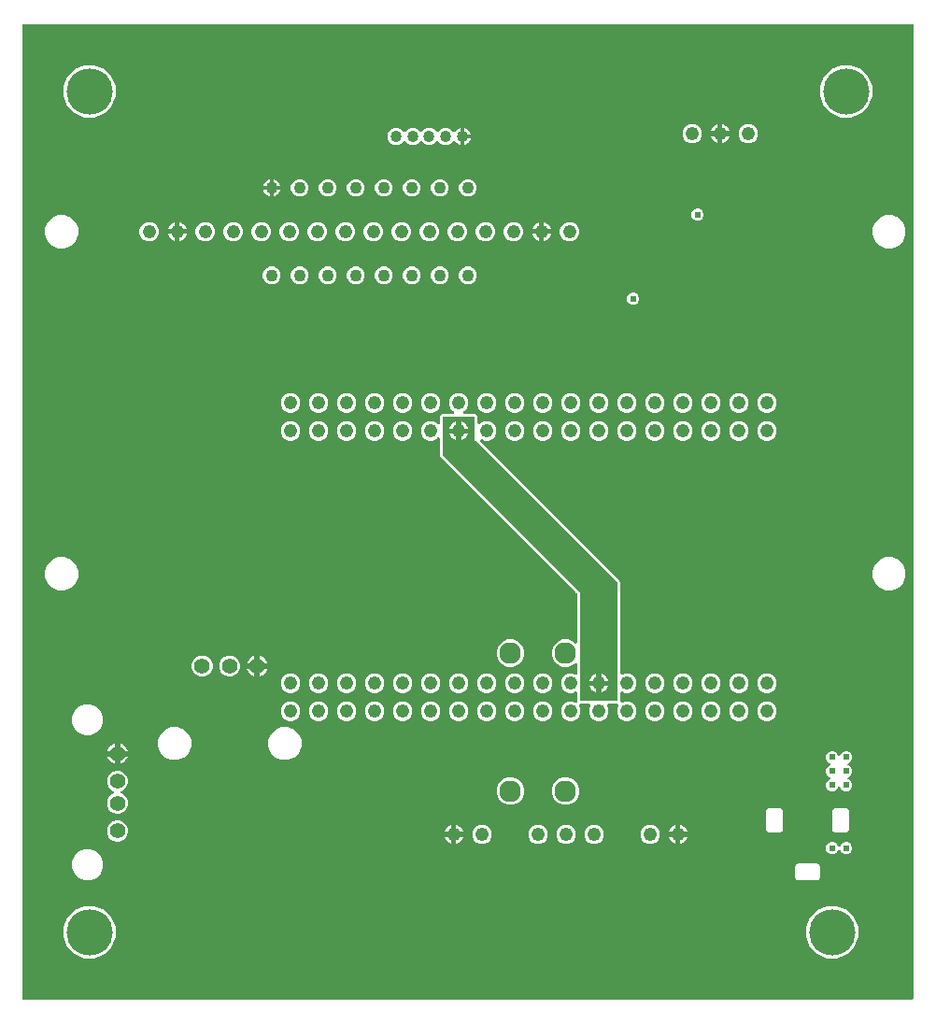
<source format=gbr>
G04 EAGLE Gerber RS-274X export*
G75*
%MOMM*%
%FSLAX34Y34*%
%LPD*%
%INCopper Layer 15*%
%IPPOS*%
%AMOC8*
5,1,8,0,0,1.08239X$1,22.5*%
G01*
%ADD10C,1.034800*%
%ADD11C,4.191000*%
%ADD12C,1.244600*%
%ADD13C,1.400000*%
%ADD14C,1.960000*%
%ADD15C,1.092000*%
%ADD16C,1.232000*%
%ADD17C,0.609600*%

G36*
X809108Y2556D02*
X809108Y2556D01*
X809227Y2563D01*
X809265Y2576D01*
X809306Y2581D01*
X809416Y2624D01*
X809529Y2661D01*
X809564Y2683D01*
X809601Y2698D01*
X809697Y2767D01*
X809798Y2831D01*
X809826Y2861D01*
X809859Y2884D01*
X809935Y2976D01*
X810016Y3063D01*
X810036Y3098D01*
X810061Y3129D01*
X810112Y3237D01*
X810170Y3341D01*
X810180Y3381D01*
X810197Y3417D01*
X810219Y3534D01*
X810249Y3649D01*
X810253Y3709D01*
X810257Y3729D01*
X810255Y3750D01*
X810259Y3810D01*
X810259Y885190D01*
X810244Y885308D01*
X810237Y885427D01*
X810224Y885465D01*
X810219Y885506D01*
X810176Y885616D01*
X810139Y885729D01*
X810117Y885764D01*
X810102Y885801D01*
X810033Y885897D01*
X809969Y885998D01*
X809939Y886026D01*
X809916Y886059D01*
X809824Y886135D01*
X809737Y886216D01*
X809702Y886236D01*
X809671Y886261D01*
X809563Y886312D01*
X809459Y886370D01*
X809419Y886380D01*
X809383Y886397D01*
X809266Y886419D01*
X809151Y886449D01*
X809091Y886453D01*
X809071Y886457D01*
X809050Y886455D01*
X808990Y886459D01*
X3810Y886459D01*
X3692Y886444D01*
X3573Y886437D01*
X3535Y886424D01*
X3494Y886419D01*
X3384Y886376D01*
X3271Y886339D01*
X3236Y886317D01*
X3199Y886302D01*
X3103Y886233D01*
X3002Y886169D01*
X2974Y886139D01*
X2941Y886116D01*
X2865Y886024D01*
X2784Y885937D01*
X2764Y885902D01*
X2739Y885871D01*
X2688Y885763D01*
X2630Y885659D01*
X2620Y885619D01*
X2603Y885583D01*
X2581Y885466D01*
X2551Y885351D01*
X2547Y885291D01*
X2543Y885271D01*
X2545Y885250D01*
X2541Y885190D01*
X2541Y3810D01*
X2556Y3692D01*
X2563Y3573D01*
X2576Y3535D01*
X2581Y3494D01*
X2624Y3384D01*
X2661Y3271D01*
X2683Y3236D01*
X2698Y3199D01*
X2767Y3103D01*
X2831Y3002D01*
X2861Y2974D01*
X2884Y2941D01*
X2976Y2865D01*
X3063Y2784D01*
X3098Y2764D01*
X3129Y2739D01*
X3237Y2688D01*
X3341Y2630D01*
X3381Y2620D01*
X3417Y2603D01*
X3534Y2581D01*
X3649Y2551D01*
X3709Y2547D01*
X3729Y2543D01*
X3750Y2545D01*
X3810Y2541D01*
X808990Y2541D01*
X809108Y2556D01*
G37*
%LPC*%
G36*
X497957Y255136D02*
X497957Y255136D01*
X494736Y256470D01*
X492270Y258936D01*
X490936Y262157D01*
X490936Y265643D01*
X492270Y268864D01*
X494736Y271330D01*
X497957Y272664D01*
X501443Y272664D01*
X503704Y271727D01*
X503752Y271714D01*
X503797Y271693D01*
X503905Y271672D01*
X504011Y271643D01*
X504061Y271642D01*
X504110Y271633D01*
X504219Y271640D01*
X504329Y271638D01*
X504377Y271650D01*
X504427Y271653D01*
X504531Y271687D01*
X504638Y271712D01*
X504682Y271736D01*
X504729Y271751D01*
X504822Y271810D01*
X504919Y271861D01*
X504956Y271894D01*
X504998Y271921D01*
X505073Y272001D01*
X505155Y272075D01*
X505182Y272116D01*
X505216Y272153D01*
X505269Y272249D01*
X505329Y272341D01*
X505346Y272388D01*
X505370Y272431D01*
X505397Y272537D01*
X505433Y272641D01*
X505437Y272691D01*
X505449Y272739D01*
X505459Y272900D01*
X505459Y280300D01*
X505453Y280350D01*
X505455Y280399D01*
X505433Y280507D01*
X505419Y280616D01*
X505401Y280662D01*
X505391Y280711D01*
X505343Y280809D01*
X505302Y280911D01*
X505273Y280952D01*
X505251Y280996D01*
X505180Y281080D01*
X505116Y281169D01*
X505077Y281200D01*
X505045Y281238D01*
X504955Y281301D01*
X504871Y281372D01*
X504826Y281393D01*
X504785Y281421D01*
X504682Y281460D01*
X504583Y281507D01*
X504534Y281516D01*
X504488Y281534D01*
X504378Y281546D01*
X504271Y281567D01*
X504221Y281564D01*
X504172Y281569D01*
X504063Y281554D01*
X503953Y281547D01*
X503906Y281532D01*
X503857Y281525D01*
X503704Y281473D01*
X501443Y280536D01*
X497957Y280536D01*
X494736Y281870D01*
X492270Y284336D01*
X490936Y287557D01*
X490936Y291043D01*
X492270Y294264D01*
X494736Y296730D01*
X497957Y298064D01*
X501443Y298064D01*
X503704Y297127D01*
X503752Y297114D01*
X503797Y297093D01*
X503905Y297072D01*
X504011Y297043D01*
X504061Y297042D01*
X504110Y297033D01*
X504219Y297040D01*
X504329Y297038D01*
X504377Y297050D01*
X504427Y297053D01*
X504531Y297087D01*
X504638Y297112D01*
X504682Y297136D01*
X504729Y297151D01*
X504822Y297210D01*
X504919Y297261D01*
X504956Y297294D01*
X504998Y297321D01*
X505073Y297401D01*
X505155Y297475D01*
X505182Y297516D01*
X505216Y297553D01*
X505269Y297649D01*
X505329Y297741D01*
X505346Y297788D01*
X505370Y297831D01*
X505397Y297937D01*
X505433Y298041D01*
X505437Y298091D01*
X505449Y298139D01*
X505459Y298300D01*
X505459Y306543D01*
X505442Y306681D01*
X505429Y306819D01*
X505422Y306838D01*
X505419Y306858D01*
X505368Y306987D01*
X505321Y307118D01*
X505310Y307135D01*
X505302Y307154D01*
X505221Y307266D01*
X505143Y307381D01*
X505127Y307395D01*
X505116Y307411D01*
X505008Y307500D01*
X504904Y307592D01*
X504886Y307601D01*
X504871Y307614D01*
X504745Y307673D01*
X504621Y307736D01*
X504601Y307741D01*
X504583Y307750D01*
X504446Y307776D01*
X504311Y307806D01*
X504290Y307805D01*
X504271Y307809D01*
X504132Y307801D01*
X503993Y307796D01*
X503973Y307791D01*
X503953Y307790D01*
X503821Y307747D01*
X503687Y307708D01*
X503670Y307698D01*
X503651Y307692D01*
X503533Y307617D01*
X503413Y307546D01*
X503392Y307528D01*
X503382Y307521D01*
X503368Y307506D01*
X503293Y307440D01*
X501890Y306038D01*
X497355Y304159D01*
X492445Y304159D01*
X487910Y306038D01*
X484438Y309510D01*
X482559Y314045D01*
X482559Y318955D01*
X484438Y323490D01*
X487910Y326962D01*
X492445Y328841D01*
X497355Y328841D01*
X501890Y326962D01*
X503293Y325560D01*
X503402Y325475D01*
X503509Y325386D01*
X503528Y325377D01*
X503544Y325365D01*
X503672Y325310D01*
X503797Y325250D01*
X503817Y325247D01*
X503836Y325239D01*
X503974Y325217D01*
X504110Y325191D01*
X504130Y325192D01*
X504150Y325189D01*
X504289Y325202D01*
X504427Y325210D01*
X504446Y325217D01*
X504466Y325219D01*
X504598Y325266D01*
X504729Y325308D01*
X504747Y325319D01*
X504766Y325326D01*
X504881Y325404D01*
X504998Y325479D01*
X505012Y325493D01*
X505029Y325505D01*
X505121Y325609D01*
X505216Y325710D01*
X505226Y325728D01*
X505239Y325743D01*
X505303Y325867D01*
X505370Y325989D01*
X505375Y326008D01*
X505384Y326026D01*
X505414Y326162D01*
X505449Y326297D01*
X505451Y326325D01*
X505454Y326337D01*
X505453Y326357D01*
X505459Y326457D01*
X505459Y370006D01*
X505447Y370104D01*
X505444Y370203D01*
X505427Y370261D01*
X505419Y370321D01*
X505383Y370413D01*
X505355Y370509D01*
X505325Y370561D01*
X505302Y370617D01*
X505244Y370697D01*
X505194Y370782D01*
X505128Y370858D01*
X505116Y370874D01*
X505106Y370882D01*
X505088Y370903D01*
X380999Y494992D01*
X380999Y510741D01*
X380982Y510879D01*
X380969Y511018D01*
X380962Y511037D01*
X380959Y511057D01*
X380908Y511186D01*
X380861Y511317D01*
X380850Y511334D01*
X380842Y511352D01*
X380761Y511465D01*
X380683Y511580D01*
X380667Y511593D01*
X380656Y511610D01*
X380548Y511699D01*
X380444Y511791D01*
X380426Y511800D01*
X380411Y511813D01*
X380285Y511872D01*
X380161Y511935D01*
X380141Y511940D01*
X380123Y511948D01*
X379986Y511974D01*
X379851Y512005D01*
X379830Y512004D01*
X379811Y512008D01*
X379672Y511999D01*
X379533Y511995D01*
X379513Y511989D01*
X379493Y511988D01*
X379361Y511945D01*
X379227Y511907D01*
X379210Y511896D01*
X379191Y511890D01*
X379073Y511816D01*
X378953Y511745D01*
X378932Y511727D01*
X378922Y511720D01*
X378908Y511705D01*
X378833Y511639D01*
X377664Y510470D01*
X374443Y509136D01*
X370957Y509136D01*
X367736Y510470D01*
X365270Y512936D01*
X363936Y516157D01*
X363936Y519643D01*
X365270Y522864D01*
X367736Y525330D01*
X370957Y526664D01*
X374443Y526664D01*
X377664Y525330D01*
X378833Y524161D01*
X378942Y524076D01*
X379049Y523987D01*
X379068Y523979D01*
X379084Y523966D01*
X379211Y523911D01*
X379337Y523852D01*
X379357Y523848D01*
X379376Y523840D01*
X379514Y523818D01*
X379650Y523792D01*
X379670Y523793D01*
X379690Y523790D01*
X379829Y523803D01*
X379967Y523812D01*
X379986Y523818D01*
X380006Y523820D01*
X380138Y523867D01*
X380269Y523910D01*
X380287Y523921D01*
X380306Y523928D01*
X380421Y524006D01*
X380538Y524080D01*
X380552Y524095D01*
X380569Y524106D01*
X380661Y524210D01*
X380756Y524312D01*
X380766Y524329D01*
X380779Y524345D01*
X380843Y524469D01*
X380910Y524590D01*
X380915Y524610D01*
X380924Y524628D01*
X380954Y524764D01*
X380989Y524898D01*
X380991Y524926D01*
X380994Y524938D01*
X380993Y524959D01*
X380999Y525059D01*
X380999Y531168D01*
X383232Y533401D01*
X392717Y533401D01*
X392787Y533409D01*
X392856Y533408D01*
X392944Y533429D01*
X393033Y533441D01*
X393098Y533466D01*
X393166Y533483D01*
X393245Y533525D01*
X393329Y533558D01*
X393385Y533599D01*
X393447Y533631D01*
X393513Y533692D01*
X393586Y533744D01*
X393630Y533798D01*
X393682Y533845D01*
X393731Y533920D01*
X393789Y533989D01*
X393818Y534053D01*
X393857Y534111D01*
X393886Y534196D01*
X393924Y534277D01*
X393937Y534346D01*
X393960Y534412D01*
X393967Y534501D01*
X393984Y534589D01*
X393980Y534659D01*
X393985Y534729D01*
X393970Y534817D01*
X393964Y534907D01*
X393943Y534973D01*
X393931Y535042D01*
X393894Y535124D01*
X393866Y535209D01*
X393829Y535268D01*
X393800Y535332D01*
X393744Y535402D01*
X393696Y535478D01*
X393645Y535526D01*
X393602Y535581D01*
X393530Y535635D01*
X393464Y535696D01*
X393403Y535730D01*
X393347Y535772D01*
X393203Y535843D01*
X393136Y535871D01*
X390670Y538336D01*
X389336Y541557D01*
X389336Y545043D01*
X390670Y548264D01*
X393136Y550730D01*
X396357Y552064D01*
X399843Y552064D01*
X403064Y550730D01*
X405530Y548264D01*
X406864Y545043D01*
X406864Y541557D01*
X405530Y538336D01*
X403064Y535871D01*
X402997Y535843D01*
X402936Y535808D01*
X402871Y535782D01*
X402799Y535730D01*
X402721Y535685D01*
X402671Y535636D01*
X402614Y535596D01*
X402557Y535526D01*
X402492Y535464D01*
X402456Y535404D01*
X402411Y535351D01*
X402373Y535269D01*
X402326Y535193D01*
X402305Y535126D01*
X402276Y535063D01*
X402259Y534975D01*
X402232Y534889D01*
X402229Y534819D01*
X402216Y534750D01*
X402222Y534661D01*
X402217Y534571D01*
X402231Y534503D01*
X402236Y534433D01*
X402263Y534348D01*
X402282Y534260D01*
X402312Y534197D01*
X402334Y534131D01*
X402382Y534055D01*
X402421Y533974D01*
X402467Y533921D01*
X402504Y533862D01*
X402569Y533800D01*
X402628Y533732D01*
X402685Y533692D01*
X402736Y533644D01*
X402814Y533601D01*
X402888Y533549D01*
X402953Y533524D01*
X403014Y533490D01*
X403101Y533468D01*
X403185Y533436D01*
X403254Y533428D01*
X403322Y533411D01*
X403483Y533401D01*
X413058Y533401D01*
X415291Y531168D01*
X415291Y525149D01*
X415308Y525011D01*
X415321Y524872D01*
X415328Y524853D01*
X415331Y524833D01*
X415382Y524704D01*
X415429Y524573D01*
X415440Y524556D01*
X415448Y524538D01*
X415529Y524425D01*
X415607Y524310D01*
X415623Y524297D01*
X415634Y524280D01*
X415742Y524191D01*
X415846Y524099D01*
X415864Y524090D01*
X415879Y524077D01*
X416005Y524018D01*
X416129Y523955D01*
X416149Y523950D01*
X416167Y523942D01*
X416304Y523916D01*
X416439Y523885D01*
X416460Y523886D01*
X416479Y523882D01*
X416618Y523891D01*
X416757Y523895D01*
X416777Y523901D01*
X416797Y523902D01*
X416929Y523945D01*
X417063Y523983D01*
X417080Y523994D01*
X417099Y524000D01*
X417217Y524074D01*
X417337Y524145D01*
X417358Y524163D01*
X417368Y524170D01*
X417382Y524185D01*
X417457Y524251D01*
X418536Y525330D01*
X421757Y526664D01*
X425243Y526664D01*
X428464Y525330D01*
X430930Y522864D01*
X432264Y519643D01*
X432264Y516157D01*
X430930Y512936D01*
X428464Y510470D01*
X425243Y509136D01*
X421757Y509136D01*
X419537Y510056D01*
X419469Y510074D01*
X419405Y510102D01*
X419316Y510116D01*
X419230Y510140D01*
X419160Y510141D01*
X419091Y510152D01*
X419002Y510143D01*
X418912Y510145D01*
X418844Y510129D01*
X418775Y510122D01*
X418690Y510092D01*
X418603Y510071D01*
X418541Y510038D01*
X418475Y510014D01*
X418401Y509964D01*
X418322Y509922D01*
X418270Y509875D01*
X418212Y509836D01*
X418153Y509769D01*
X418086Y509708D01*
X418048Y509650D01*
X418002Y509597D01*
X417961Y509517D01*
X417911Y509442D01*
X417889Y509376D01*
X417857Y509314D01*
X417837Y509227D01*
X417808Y509142D01*
X417803Y509072D01*
X417787Y509004D01*
X417790Y508914D01*
X417783Y508825D01*
X417795Y508756D01*
X417797Y508686D01*
X417822Y508600D01*
X417837Y508511D01*
X417866Y508448D01*
X417885Y508381D01*
X417931Y508303D01*
X417968Y508221D01*
X418012Y508167D01*
X418047Y508107D01*
X418153Y507986D01*
X544831Y381308D01*
X544831Y298337D01*
X544837Y298288D01*
X544835Y298238D01*
X544857Y298131D01*
X544871Y298022D01*
X544889Y297975D01*
X544899Y297927D01*
X544947Y297828D01*
X544988Y297726D01*
X545017Y297686D01*
X545039Y297641D01*
X545110Y297558D01*
X545174Y297468D01*
X545213Y297437D01*
X545245Y297399D01*
X545335Y297336D01*
X545419Y297266D01*
X545464Y297244D01*
X545505Y297216D01*
X545608Y297177D01*
X545707Y297130D01*
X545756Y297121D01*
X545802Y297103D01*
X545912Y297091D01*
X546019Y297070D01*
X546069Y297073D01*
X546118Y297068D01*
X546227Y297083D01*
X546337Y297090D01*
X546384Y297105D01*
X546433Y297112D01*
X546586Y297164D01*
X548757Y298064D01*
X552243Y298064D01*
X555464Y296730D01*
X557930Y294264D01*
X559264Y291043D01*
X559264Y287557D01*
X557930Y284336D01*
X555464Y281870D01*
X552243Y280536D01*
X548757Y280536D01*
X546586Y281436D01*
X546538Y281449D01*
X546493Y281470D01*
X546385Y281490D01*
X546279Y281520D01*
X546229Y281520D01*
X546180Y281530D01*
X546071Y281523D01*
X545961Y281525D01*
X545913Y281513D01*
X545863Y281510D01*
X545759Y281476D01*
X545652Y281450D01*
X545608Y281427D01*
X545561Y281412D01*
X545468Y281353D01*
X545371Y281302D01*
X545334Y281268D01*
X545292Y281242D01*
X545217Y281162D01*
X545135Y281088D01*
X545108Y281046D01*
X545074Y281010D01*
X545021Y280914D01*
X544961Y280822D01*
X544944Y280775D01*
X544920Y280732D01*
X544893Y280625D01*
X544857Y280521D01*
X544853Y280472D01*
X544841Y280424D01*
X544831Y280263D01*
X544831Y272937D01*
X544837Y272888D01*
X544835Y272838D01*
X544857Y272731D01*
X544871Y272622D01*
X544889Y272575D01*
X544899Y272527D01*
X544947Y272428D01*
X544988Y272326D01*
X545017Y272286D01*
X545039Y272241D01*
X545110Y272158D01*
X545174Y272068D01*
X545213Y272037D01*
X545245Y271999D01*
X545335Y271936D01*
X545419Y271866D01*
X545464Y271844D01*
X545505Y271816D01*
X545608Y271777D01*
X545707Y271730D01*
X545756Y271721D01*
X545802Y271703D01*
X545912Y271691D01*
X546019Y271670D01*
X546069Y271673D01*
X546118Y271668D01*
X546227Y271683D01*
X546337Y271690D01*
X546384Y271705D01*
X546433Y271712D01*
X546586Y271764D01*
X548757Y272664D01*
X552243Y272664D01*
X555464Y271330D01*
X557930Y268864D01*
X559264Y265643D01*
X559264Y262157D01*
X557930Y258936D01*
X555464Y256470D01*
X552243Y255136D01*
X548757Y255136D01*
X545536Y256470D01*
X543070Y258936D01*
X541736Y262157D01*
X541736Y265643D01*
X543025Y268754D01*
X543038Y268802D01*
X543059Y268847D01*
X543080Y268955D01*
X543109Y269061D01*
X543110Y269111D01*
X543119Y269160D01*
X543112Y269269D01*
X543114Y269379D01*
X543102Y269427D01*
X543099Y269477D01*
X543065Y269581D01*
X543040Y269688D01*
X543017Y269732D01*
X543001Y269779D01*
X542942Y269872D01*
X542891Y269969D01*
X542858Y270006D01*
X542831Y270048D01*
X542751Y270123D01*
X542677Y270205D01*
X542636Y270232D01*
X542599Y270266D01*
X542503Y270319D01*
X542411Y270379D01*
X542364Y270396D01*
X542321Y270420D01*
X542215Y270447D01*
X542111Y270483D01*
X542061Y270487D01*
X542013Y270499D01*
X541852Y270509D01*
X533748Y270509D01*
X533698Y270503D01*
X533649Y270505D01*
X533541Y270483D01*
X533432Y270469D01*
X533386Y270451D01*
X533337Y270441D01*
X533239Y270393D01*
X533136Y270352D01*
X533096Y270323D01*
X533052Y270301D01*
X532968Y270230D01*
X532879Y270166D01*
X532847Y270127D01*
X532810Y270095D01*
X532746Y270005D01*
X532676Y269921D01*
X532655Y269876D01*
X532627Y269835D01*
X532588Y269732D01*
X532541Y269633D01*
X532531Y269584D01*
X532514Y269538D01*
X532502Y269428D01*
X532481Y269321D01*
X532484Y269271D01*
X532479Y269222D01*
X532494Y269113D01*
X532501Y269003D01*
X532516Y268956D01*
X532523Y268907D01*
X532575Y268754D01*
X533864Y265643D01*
X533864Y262157D01*
X532530Y258936D01*
X530064Y256470D01*
X526843Y255136D01*
X523357Y255136D01*
X520136Y256470D01*
X517670Y258936D01*
X516336Y262157D01*
X516336Y265643D01*
X517625Y268754D01*
X517638Y268802D01*
X517659Y268847D01*
X517680Y268955D01*
X517709Y269061D01*
X517710Y269111D01*
X517719Y269160D01*
X517712Y269269D01*
X517714Y269379D01*
X517702Y269427D01*
X517699Y269477D01*
X517665Y269581D01*
X517640Y269688D01*
X517617Y269732D01*
X517601Y269779D01*
X517542Y269872D01*
X517491Y269969D01*
X517458Y270006D01*
X517431Y270048D01*
X517351Y270123D01*
X517277Y270205D01*
X517236Y270232D01*
X517199Y270266D01*
X517103Y270319D01*
X517011Y270379D01*
X516964Y270396D01*
X516921Y270420D01*
X516815Y270447D01*
X516711Y270483D01*
X516661Y270487D01*
X516613Y270499D01*
X516452Y270509D01*
X508348Y270509D01*
X508298Y270503D01*
X508249Y270505D01*
X508141Y270483D01*
X508032Y270469D01*
X507986Y270451D01*
X507937Y270441D01*
X507839Y270393D01*
X507736Y270352D01*
X507696Y270323D01*
X507652Y270301D01*
X507568Y270230D01*
X507479Y270166D01*
X507447Y270127D01*
X507410Y270095D01*
X507346Y270005D01*
X507276Y269921D01*
X507255Y269876D01*
X507227Y269835D01*
X507188Y269732D01*
X507141Y269633D01*
X507131Y269584D01*
X507114Y269538D01*
X507102Y269428D01*
X507081Y269321D01*
X507084Y269271D01*
X507079Y269222D01*
X507094Y269113D01*
X507101Y269003D01*
X507116Y268956D01*
X507123Y268907D01*
X507175Y268754D01*
X508464Y265643D01*
X508464Y262157D01*
X507130Y258936D01*
X504664Y256470D01*
X501443Y255136D01*
X497957Y255136D01*
G37*
%LPD*%
G36*
X541138Y273066D02*
X541138Y273066D01*
X541257Y273073D01*
X541295Y273086D01*
X541336Y273091D01*
X541446Y273134D01*
X541559Y273171D01*
X541594Y273193D01*
X541631Y273208D01*
X541727Y273278D01*
X541828Y273341D01*
X541856Y273371D01*
X541889Y273394D01*
X541965Y273486D01*
X542046Y273573D01*
X542066Y273608D01*
X542091Y273639D01*
X542142Y273747D01*
X542200Y273851D01*
X542210Y273891D01*
X542227Y273927D01*
X542249Y274044D01*
X542279Y274159D01*
X542283Y274220D01*
X542287Y274240D01*
X542285Y274260D01*
X542289Y274320D01*
X542289Y285969D01*
X542288Y285979D01*
X542289Y285988D01*
X542268Y286136D01*
X542249Y286285D01*
X542246Y286293D01*
X542245Y286303D01*
X542193Y286455D01*
X541736Y287557D01*
X541736Y291043D01*
X542193Y292145D01*
X542195Y292154D01*
X542200Y292162D01*
X542237Y292307D01*
X542277Y292452D01*
X542277Y292461D01*
X542279Y292470D01*
X542289Y292631D01*
X542289Y379730D01*
X542277Y379828D01*
X542274Y379927D01*
X542257Y379985D01*
X542249Y380046D01*
X542213Y380138D01*
X542185Y380233D01*
X542155Y380285D01*
X542132Y380341D01*
X542074Y380421D01*
X542024Y380507D01*
X541958Y380582D01*
X541946Y380599D01*
X541936Y380606D01*
X541918Y380628D01*
X412749Y509796D01*
X412749Y529590D01*
X412734Y529708D01*
X412727Y529827D01*
X412714Y529865D01*
X412709Y529906D01*
X412666Y530016D01*
X412629Y530129D01*
X412607Y530164D01*
X412592Y530201D01*
X412523Y530297D01*
X412459Y530398D01*
X412429Y530426D01*
X412406Y530459D01*
X412314Y530535D01*
X412227Y530616D01*
X412192Y530636D01*
X412161Y530661D01*
X412053Y530712D01*
X411949Y530770D01*
X411909Y530780D01*
X411873Y530797D01*
X411756Y530819D01*
X411641Y530849D01*
X411581Y530853D01*
X411561Y530857D01*
X411540Y530855D01*
X411480Y530859D01*
X384810Y530859D01*
X384692Y530844D01*
X384573Y530837D01*
X384535Y530824D01*
X384494Y530819D01*
X384384Y530776D01*
X384271Y530739D01*
X384236Y530717D01*
X384199Y530702D01*
X384103Y530633D01*
X384002Y530569D01*
X383974Y530539D01*
X383941Y530516D01*
X383866Y530424D01*
X383784Y530337D01*
X383764Y530302D01*
X383739Y530271D01*
X383688Y530163D01*
X383630Y530059D01*
X383620Y530019D01*
X383603Y529983D01*
X383581Y529866D01*
X383551Y529751D01*
X383547Y529691D01*
X383543Y529671D01*
X383545Y529650D01*
X383541Y529590D01*
X383541Y496570D01*
X383553Y496472D01*
X383556Y496373D01*
X383573Y496315D01*
X383581Y496254D01*
X383617Y496162D01*
X383645Y496067D01*
X383675Y496015D01*
X383698Y495959D01*
X383756Y495879D01*
X383806Y495793D01*
X383872Y495718D01*
X383884Y495701D01*
X383894Y495694D01*
X383913Y495673D01*
X508001Y371584D01*
X508001Y292413D01*
X508002Y292404D01*
X508001Y292395D01*
X508022Y292245D01*
X508041Y292098D01*
X508044Y292089D01*
X508045Y292080D01*
X508097Y291928D01*
X508464Y291043D01*
X508464Y287557D01*
X508097Y286672D01*
X508095Y286663D01*
X508090Y286655D01*
X508053Y286510D01*
X508013Y286366D01*
X508013Y286356D01*
X508011Y286347D01*
X508001Y286187D01*
X508001Y274320D01*
X508016Y274202D01*
X508023Y274083D01*
X508036Y274045D01*
X508041Y274004D01*
X508084Y273894D01*
X508121Y273781D01*
X508143Y273746D01*
X508158Y273709D01*
X508228Y273613D01*
X508291Y273512D01*
X508321Y273484D01*
X508344Y273451D01*
X508436Y273376D01*
X508523Y273294D01*
X508558Y273274D01*
X508589Y273249D01*
X508697Y273198D01*
X508801Y273140D01*
X508841Y273130D01*
X508877Y273113D01*
X508994Y273091D01*
X509109Y273061D01*
X509170Y273057D01*
X509190Y273053D01*
X509210Y273055D01*
X509270Y273051D01*
X541020Y273051D01*
X541138Y273066D01*
G37*
%LPC*%
G36*
X58826Y40004D02*
X58826Y40004D01*
X50191Y43581D01*
X43581Y50191D01*
X40004Y58826D01*
X40004Y68174D01*
X43581Y76809D01*
X50191Y83419D01*
X58826Y86996D01*
X68174Y86996D01*
X76809Y83419D01*
X83419Y76809D01*
X86996Y68174D01*
X86996Y58826D01*
X83419Y50191D01*
X76809Y43581D01*
X68174Y40004D01*
X58826Y40004D01*
G37*
%LPD*%
%LPC*%
G36*
X731926Y40004D02*
X731926Y40004D01*
X723291Y43581D01*
X716681Y50191D01*
X713104Y58826D01*
X713104Y68174D01*
X716681Y76809D01*
X723291Y83419D01*
X731926Y86996D01*
X741274Y86996D01*
X749909Y83419D01*
X756519Y76809D01*
X760096Y68174D01*
X760096Y58826D01*
X756519Y50191D01*
X749909Y43581D01*
X741274Y40004D01*
X731926Y40004D01*
G37*
%LPD*%
%LPC*%
G36*
X58826Y802004D02*
X58826Y802004D01*
X50191Y805581D01*
X43581Y812191D01*
X40004Y820826D01*
X40004Y830174D01*
X43581Y838809D01*
X50191Y845419D01*
X58826Y848996D01*
X68174Y848996D01*
X76809Y845419D01*
X83419Y838809D01*
X86996Y830174D01*
X86996Y820826D01*
X83419Y812191D01*
X76809Y805581D01*
X68174Y802004D01*
X58826Y802004D01*
G37*
%LPD*%
%LPC*%
G36*
X744626Y802004D02*
X744626Y802004D01*
X735991Y805581D01*
X729381Y812191D01*
X725804Y820826D01*
X725804Y830174D01*
X729381Y838809D01*
X735991Y845419D01*
X744626Y848996D01*
X753974Y848996D01*
X762609Y845419D01*
X769219Y838809D01*
X772796Y830174D01*
X772796Y820826D01*
X769219Y812191D01*
X762609Y805581D01*
X753974Y802004D01*
X744626Y802004D01*
G37*
%LPD*%
%LPC*%
G36*
X339785Y777145D02*
X339785Y777145D01*
X336950Y778320D01*
X334780Y780490D01*
X333605Y783325D01*
X333605Y786395D01*
X334780Y789230D01*
X336950Y791400D01*
X339785Y792575D01*
X342855Y792575D01*
X345690Y791400D01*
X347923Y789168D01*
X348017Y789095D01*
X348106Y789016D01*
X348142Y788998D01*
X348174Y788973D01*
X348283Y788925D01*
X348389Y788871D01*
X348428Y788863D01*
X348466Y788846D01*
X348583Y788828D01*
X348699Y788802D01*
X348740Y788803D01*
X348780Y788797D01*
X348898Y788808D01*
X349017Y788811D01*
X349056Y788823D01*
X349096Y788826D01*
X349208Y788867D01*
X349323Y788900D01*
X349358Y788920D01*
X349396Y788934D01*
X349494Y789001D01*
X349597Y789061D01*
X349642Y789101D01*
X349659Y789113D01*
X349672Y789128D01*
X349718Y789168D01*
X351950Y791400D01*
X354785Y792575D01*
X357855Y792575D01*
X360690Y791400D01*
X362923Y789168D01*
X363017Y789095D01*
X363106Y789016D01*
X363142Y788998D01*
X363174Y788973D01*
X363283Y788925D01*
X363389Y788871D01*
X363428Y788863D01*
X363466Y788846D01*
X363583Y788828D01*
X363699Y788802D01*
X363740Y788803D01*
X363780Y788797D01*
X363898Y788808D01*
X364017Y788811D01*
X364056Y788823D01*
X364096Y788826D01*
X364208Y788867D01*
X364323Y788900D01*
X364358Y788920D01*
X364396Y788934D01*
X364494Y789001D01*
X364597Y789061D01*
X364642Y789101D01*
X364659Y789113D01*
X364672Y789128D01*
X364718Y789168D01*
X366950Y791400D01*
X369785Y792575D01*
X372855Y792575D01*
X375690Y791400D01*
X377923Y789168D01*
X378017Y789095D01*
X378106Y789016D01*
X378142Y788998D01*
X378174Y788973D01*
X378283Y788925D01*
X378389Y788871D01*
X378428Y788863D01*
X378466Y788846D01*
X378583Y788828D01*
X378699Y788802D01*
X378740Y788803D01*
X378780Y788797D01*
X378898Y788808D01*
X379017Y788811D01*
X379056Y788823D01*
X379096Y788826D01*
X379208Y788867D01*
X379323Y788900D01*
X379358Y788920D01*
X379396Y788934D01*
X379494Y789001D01*
X379597Y789061D01*
X379642Y789101D01*
X379659Y789113D01*
X379672Y789128D01*
X379718Y789168D01*
X381950Y791400D01*
X384785Y792575D01*
X387855Y792575D01*
X390690Y791400D01*
X393026Y789064D01*
X393093Y789012D01*
X393153Y788953D01*
X393218Y788915D01*
X393278Y788869D01*
X393355Y788835D01*
X393428Y788793D01*
X393500Y788773D01*
X393569Y788743D01*
X393653Y788729D01*
X393734Y788706D01*
X393809Y788705D01*
X393883Y788693D01*
X393968Y788701D01*
X394052Y788699D01*
X394125Y788716D01*
X394200Y788723D01*
X394280Y788751D01*
X394362Y788770D01*
X394429Y788805D01*
X394499Y788830D01*
X394569Y788878D01*
X394644Y788917D01*
X394700Y788967D01*
X394763Y789009D01*
X394818Y789072D01*
X394881Y789128D01*
X394967Y789240D01*
X394973Y789247D01*
X394975Y789251D01*
X394979Y789256D01*
X395327Y789778D01*
X396402Y790852D01*
X397666Y791697D01*
X399070Y792278D01*
X399496Y792363D01*
X399496Y785415D01*
X399511Y785297D01*
X399518Y785178D01*
X399530Y785140D01*
X399536Y785100D01*
X399579Y784989D01*
X399616Y784876D01*
X399630Y784854D01*
X399585Y784773D01*
X399575Y784734D01*
X399558Y784698D01*
X399536Y784581D01*
X399506Y784465D01*
X399502Y784405D01*
X399498Y784385D01*
X399500Y784365D01*
X399496Y784305D01*
X399496Y777357D01*
X399070Y777442D01*
X397666Y778023D01*
X396402Y778868D01*
X395327Y779942D01*
X394979Y780464D01*
X394924Y780527D01*
X394876Y780597D01*
X394820Y780647D01*
X394771Y780704D01*
X394701Y780752D01*
X394638Y780808D01*
X394571Y780842D01*
X394509Y780885D01*
X394430Y780914D01*
X394355Y780952D01*
X394281Y780969D01*
X394211Y780995D01*
X394127Y781004D01*
X394044Y781022D01*
X393969Y781020D01*
X393894Y781027D01*
X393811Y781015D01*
X393727Y781012D01*
X393654Y780991D01*
X393580Y780980D01*
X393502Y780947D01*
X393421Y780924D01*
X393356Y780886D01*
X393287Y780856D01*
X393220Y780805D01*
X393147Y780762D01*
X393041Y780669D01*
X393034Y780664D01*
X393032Y780661D01*
X393026Y780656D01*
X390690Y778320D01*
X387855Y777145D01*
X384785Y777145D01*
X381950Y778320D01*
X379718Y780552D01*
X379623Y780625D01*
X379534Y780704D01*
X379498Y780722D01*
X379466Y780747D01*
X379357Y780795D01*
X379251Y780849D01*
X379212Y780857D01*
X379174Y780874D01*
X379057Y780892D01*
X378941Y780918D01*
X378900Y780917D01*
X378860Y780923D01*
X378742Y780912D01*
X378623Y780909D01*
X378584Y780897D01*
X378544Y780894D01*
X378431Y780853D01*
X378317Y780820D01*
X378283Y780800D01*
X378244Y780786D01*
X378146Y780719D01*
X378043Y780659D01*
X377998Y780619D01*
X377981Y780607D01*
X377968Y780592D01*
X377923Y780552D01*
X375690Y778320D01*
X372855Y777145D01*
X369785Y777145D01*
X366950Y778320D01*
X364718Y780552D01*
X364623Y780625D01*
X364534Y780704D01*
X364498Y780722D01*
X364466Y780747D01*
X364357Y780795D01*
X364251Y780849D01*
X364212Y780857D01*
X364174Y780874D01*
X364057Y780892D01*
X363941Y780918D01*
X363900Y780917D01*
X363860Y780923D01*
X363742Y780912D01*
X363623Y780909D01*
X363584Y780897D01*
X363544Y780894D01*
X363431Y780853D01*
X363317Y780820D01*
X363283Y780800D01*
X363244Y780786D01*
X363146Y780719D01*
X363043Y780659D01*
X362998Y780619D01*
X362981Y780607D01*
X362968Y780592D01*
X362923Y780552D01*
X360690Y778320D01*
X357855Y777145D01*
X354785Y777145D01*
X351950Y778320D01*
X349718Y780552D01*
X349623Y780625D01*
X349534Y780704D01*
X349498Y780722D01*
X349466Y780747D01*
X349357Y780795D01*
X349251Y780849D01*
X349212Y780857D01*
X349174Y780874D01*
X349057Y780892D01*
X348941Y780918D01*
X348900Y780917D01*
X348860Y780923D01*
X348742Y780912D01*
X348623Y780909D01*
X348584Y780897D01*
X348544Y780894D01*
X348431Y780853D01*
X348317Y780820D01*
X348283Y780800D01*
X348244Y780786D01*
X348146Y780719D01*
X348043Y780659D01*
X347998Y780619D01*
X347981Y780607D01*
X347968Y780592D01*
X347923Y780552D01*
X345690Y778320D01*
X342855Y777145D01*
X339785Y777145D01*
G37*
%LPD*%
%LPC*%
G36*
X735488Y191261D02*
X735488Y191261D01*
X733434Y192112D01*
X731862Y193684D01*
X731011Y195738D01*
X731011Y197962D01*
X731862Y200016D01*
X733434Y201588D01*
X734495Y202027D01*
X734616Y202096D01*
X734739Y202161D01*
X734754Y202175D01*
X734771Y202185D01*
X734872Y202282D01*
X734974Y202375D01*
X734985Y202392D01*
X735000Y202406D01*
X735073Y202525D01*
X735149Y202641D01*
X735156Y202660D01*
X735166Y202677D01*
X735207Y202810D01*
X735252Y202942D01*
X735254Y202962D01*
X735260Y202981D01*
X735266Y203120D01*
X735277Y203259D01*
X735274Y203279D01*
X735275Y203299D01*
X735247Y203435D01*
X735223Y203572D01*
X735215Y203591D01*
X735211Y203610D01*
X735149Y203735D01*
X735092Y203862D01*
X735080Y203878D01*
X735071Y203896D01*
X734980Y204002D01*
X734894Y204110D01*
X734878Y204123D01*
X734865Y204138D01*
X734750Y204218D01*
X734640Y204302D01*
X734615Y204314D01*
X734605Y204321D01*
X734585Y204328D01*
X734495Y204373D01*
X733434Y204812D01*
X731862Y206384D01*
X731011Y208438D01*
X731011Y210662D01*
X731862Y212716D01*
X733434Y214288D01*
X734495Y214727D01*
X734616Y214796D01*
X734739Y214861D01*
X734754Y214875D01*
X734771Y214885D01*
X734872Y214982D01*
X734974Y215075D01*
X734985Y215092D01*
X735000Y215106D01*
X735073Y215225D01*
X735149Y215341D01*
X735156Y215360D01*
X735166Y215377D01*
X735207Y215510D01*
X735252Y215642D01*
X735254Y215662D01*
X735260Y215681D01*
X735266Y215820D01*
X735277Y215959D01*
X735274Y215979D01*
X735275Y215999D01*
X735247Y216135D01*
X735223Y216272D01*
X735215Y216291D01*
X735211Y216310D01*
X735149Y216435D01*
X735092Y216562D01*
X735080Y216578D01*
X735071Y216596D01*
X734980Y216702D01*
X734894Y216810D01*
X734878Y216823D01*
X734865Y216838D01*
X734750Y216918D01*
X734640Y217002D01*
X734615Y217014D01*
X734605Y217021D01*
X734585Y217028D01*
X734495Y217073D01*
X733434Y217512D01*
X731862Y219084D01*
X731011Y221138D01*
X731011Y223362D01*
X731862Y225416D01*
X733434Y226988D01*
X735488Y227839D01*
X737712Y227839D01*
X739766Y226988D01*
X741338Y225416D01*
X741777Y224355D01*
X741846Y224234D01*
X741911Y224111D01*
X741925Y224096D01*
X741935Y224079D01*
X742032Y223979D01*
X742125Y223876D01*
X742142Y223865D01*
X742156Y223850D01*
X742275Y223777D01*
X742391Y223701D01*
X742410Y223694D01*
X742427Y223684D01*
X742560Y223643D01*
X742692Y223598D01*
X742712Y223596D01*
X742731Y223590D01*
X742870Y223584D01*
X743009Y223573D01*
X743029Y223576D01*
X743049Y223575D01*
X743185Y223603D01*
X743322Y223627D01*
X743341Y223635D01*
X743360Y223639D01*
X743485Y223701D01*
X743612Y223758D01*
X743628Y223770D01*
X743646Y223779D01*
X743752Y223869D01*
X743860Y223956D01*
X743873Y223972D01*
X743888Y223985D01*
X743968Y224099D01*
X744052Y224210D01*
X744064Y224236D01*
X744071Y224245D01*
X744078Y224264D01*
X744123Y224355D01*
X744562Y225416D01*
X746134Y226988D01*
X748188Y227839D01*
X750412Y227839D01*
X752466Y226988D01*
X754038Y225416D01*
X754889Y223362D01*
X754889Y221138D01*
X754038Y219084D01*
X752466Y217512D01*
X751405Y217073D01*
X751284Y217004D01*
X751161Y216939D01*
X751146Y216925D01*
X751129Y216915D01*
X751029Y216818D01*
X750926Y216725D01*
X750915Y216708D01*
X750900Y216694D01*
X750827Y216575D01*
X750751Y216459D01*
X750744Y216440D01*
X750734Y216423D01*
X750693Y216290D01*
X750648Y216158D01*
X750646Y216138D01*
X750640Y216119D01*
X750634Y215980D01*
X750623Y215841D01*
X750626Y215821D01*
X750625Y215801D01*
X750653Y215665D01*
X750677Y215528D01*
X750685Y215509D01*
X750689Y215490D01*
X750751Y215365D01*
X750808Y215238D01*
X750820Y215222D01*
X750829Y215204D01*
X750919Y215098D01*
X751006Y214990D01*
X751022Y214977D01*
X751035Y214962D01*
X751149Y214882D01*
X751260Y214798D01*
X751286Y214786D01*
X751295Y214779D01*
X751314Y214772D01*
X751405Y214727D01*
X752466Y214288D01*
X754038Y212716D01*
X754889Y210662D01*
X754889Y208438D01*
X754038Y206384D01*
X752466Y204812D01*
X751405Y204373D01*
X751284Y204304D01*
X751161Y204239D01*
X751146Y204225D01*
X751129Y204215D01*
X751029Y204118D01*
X750926Y204025D01*
X750915Y204008D01*
X750900Y203994D01*
X750827Y203875D01*
X750751Y203759D01*
X750744Y203740D01*
X750734Y203723D01*
X750693Y203590D01*
X750648Y203458D01*
X750646Y203438D01*
X750640Y203419D01*
X750634Y203280D01*
X750623Y203141D01*
X750626Y203121D01*
X750625Y203101D01*
X750653Y202965D01*
X750677Y202828D01*
X750685Y202809D01*
X750689Y202790D01*
X750751Y202665D01*
X750808Y202538D01*
X750820Y202522D01*
X750829Y202504D01*
X750919Y202398D01*
X751006Y202290D01*
X751022Y202277D01*
X751035Y202262D01*
X751149Y202182D01*
X751260Y202098D01*
X751286Y202086D01*
X751295Y202079D01*
X751314Y202072D01*
X751405Y202027D01*
X752466Y201588D01*
X754038Y200016D01*
X754889Y197962D01*
X754889Y195738D01*
X754038Y193684D01*
X752466Y192112D01*
X750412Y191261D01*
X748188Y191261D01*
X746134Y192112D01*
X744562Y193684D01*
X744123Y194745D01*
X744054Y194866D01*
X743989Y194989D01*
X743975Y195004D01*
X743965Y195021D01*
X743868Y195122D01*
X743775Y195224D01*
X743758Y195235D01*
X743744Y195250D01*
X743625Y195323D01*
X743509Y195399D01*
X743490Y195406D01*
X743473Y195416D01*
X743340Y195457D01*
X743208Y195502D01*
X743188Y195504D01*
X743169Y195510D01*
X743030Y195516D01*
X742891Y195527D01*
X742871Y195524D01*
X742851Y195525D01*
X742715Y195497D01*
X742578Y195473D01*
X742559Y195465D01*
X742540Y195461D01*
X742415Y195399D01*
X742288Y195342D01*
X742272Y195330D01*
X742254Y195321D01*
X742148Y195230D01*
X742040Y195144D01*
X742027Y195128D01*
X742012Y195115D01*
X741931Y195000D01*
X741848Y194890D01*
X741836Y194865D01*
X741829Y194855D01*
X741822Y194835D01*
X741777Y194745D01*
X741338Y193684D01*
X739766Y192112D01*
X737712Y191261D01*
X735488Y191261D01*
G37*
%LPD*%
%LPC*%
G36*
X137508Y219759D02*
X137508Y219759D01*
X131980Y222049D01*
X127749Y226280D01*
X125459Y231808D01*
X125459Y237792D01*
X127749Y243320D01*
X131980Y247551D01*
X137508Y249841D01*
X143492Y249841D01*
X149020Y247551D01*
X153251Y243320D01*
X155541Y237792D01*
X155541Y231808D01*
X153251Y226280D01*
X149020Y222049D01*
X143492Y219759D01*
X137508Y219759D01*
G37*
%LPD*%
%LPC*%
G36*
X35108Y373459D02*
X35108Y373459D01*
X29580Y375749D01*
X25349Y379980D01*
X23059Y385508D01*
X23059Y391492D01*
X25349Y397020D01*
X29580Y401251D01*
X35108Y403541D01*
X41092Y403541D01*
X46620Y401251D01*
X50851Y397020D01*
X53141Y391492D01*
X53141Y385508D01*
X50851Y379980D01*
X46620Y375749D01*
X41092Y373459D01*
X35108Y373459D01*
G37*
%LPD*%
%LPC*%
G36*
X785108Y373459D02*
X785108Y373459D01*
X779580Y375749D01*
X775349Y379980D01*
X773059Y385508D01*
X773059Y391492D01*
X775349Y397020D01*
X779580Y401251D01*
X785108Y403541D01*
X791092Y403541D01*
X796620Y401251D01*
X800851Y397020D01*
X803141Y391492D01*
X803141Y385508D01*
X800851Y379980D01*
X796620Y375749D01*
X791092Y373459D01*
X785108Y373459D01*
G37*
%LPD*%
%LPC*%
G36*
X35108Y683459D02*
X35108Y683459D01*
X29580Y685749D01*
X25349Y689980D01*
X23059Y695508D01*
X23059Y701492D01*
X25349Y707020D01*
X29580Y711251D01*
X35108Y713541D01*
X41092Y713541D01*
X46620Y711251D01*
X50851Y707020D01*
X53141Y701492D01*
X53141Y695508D01*
X50851Y689980D01*
X46620Y685749D01*
X41092Y683459D01*
X35108Y683459D01*
G37*
%LPD*%
%LPC*%
G36*
X237508Y219759D02*
X237508Y219759D01*
X231980Y222049D01*
X227749Y226280D01*
X225459Y231808D01*
X225459Y237792D01*
X227749Y243320D01*
X231980Y247551D01*
X237508Y249841D01*
X243492Y249841D01*
X249020Y247551D01*
X253251Y243320D01*
X255541Y237792D01*
X255541Y231808D01*
X253251Y226280D01*
X249020Y222049D01*
X243492Y219759D01*
X237508Y219759D01*
G37*
%LPD*%
%LPC*%
G36*
X785108Y683459D02*
X785108Y683459D01*
X779580Y685749D01*
X775349Y689980D01*
X773059Y695508D01*
X773059Y701492D01*
X775349Y707020D01*
X779580Y711251D01*
X785108Y713541D01*
X791092Y713541D01*
X796620Y711251D01*
X800851Y707020D01*
X803141Y701492D01*
X803141Y695508D01*
X800851Y689980D01*
X796620Y685749D01*
X791092Y683459D01*
X785108Y683459D01*
G37*
%LPD*%
%LPC*%
G36*
X59007Y110759D02*
X59007Y110759D01*
X53847Y112897D01*
X49897Y116847D01*
X47759Y122007D01*
X47759Y127593D01*
X49897Y132753D01*
X53847Y136703D01*
X59007Y138841D01*
X64593Y138841D01*
X69753Y136703D01*
X73703Y132753D01*
X75841Y127593D01*
X75841Y122007D01*
X73703Y116847D01*
X69753Y112897D01*
X64593Y110759D01*
X59007Y110759D01*
G37*
%LPD*%
%LPC*%
G36*
X59007Y242159D02*
X59007Y242159D01*
X53847Y244297D01*
X49897Y248247D01*
X47759Y253407D01*
X47759Y258993D01*
X49897Y264153D01*
X53847Y268103D01*
X59007Y270241D01*
X64593Y270241D01*
X69753Y268103D01*
X73703Y264153D01*
X75841Y258993D01*
X75841Y253407D01*
X73703Y248247D01*
X69753Y244297D01*
X64593Y242159D01*
X59007Y242159D01*
G37*
%LPD*%
%LPC*%
G36*
X87002Y170959D02*
X87002Y170959D01*
X83496Y172412D01*
X80812Y175096D01*
X79359Y178602D01*
X79359Y182398D01*
X80812Y185904D01*
X83496Y188588D01*
X85280Y189327D01*
X85401Y189396D01*
X85524Y189461D01*
X85539Y189475D01*
X85556Y189485D01*
X85656Y189582D01*
X85759Y189675D01*
X85770Y189692D01*
X85785Y189706D01*
X85857Y189824D01*
X85934Y189941D01*
X85940Y189960D01*
X85951Y189977D01*
X85992Y190110D01*
X86037Y190242D01*
X86039Y190262D01*
X86045Y190281D01*
X86051Y190420D01*
X86062Y190559D01*
X86059Y190579D01*
X86060Y190599D01*
X86032Y190735D01*
X86008Y190872D01*
X85999Y190891D01*
X85995Y190910D01*
X85934Y191035D01*
X85877Y191162D01*
X85865Y191178D01*
X85856Y191196D01*
X85765Y191302D01*
X85679Y191410D01*
X85662Y191423D01*
X85649Y191438D01*
X85535Y191518D01*
X85425Y191602D01*
X85399Y191614D01*
X85389Y191621D01*
X85370Y191628D01*
X85280Y191673D01*
X83496Y192412D01*
X80812Y195096D01*
X79359Y198602D01*
X79359Y202398D01*
X80812Y205904D01*
X83496Y208588D01*
X87002Y210041D01*
X90798Y210041D01*
X94304Y208588D01*
X96988Y205904D01*
X98441Y202398D01*
X98441Y198602D01*
X96988Y195096D01*
X94304Y192412D01*
X92520Y191673D01*
X92400Y191604D01*
X92276Y191539D01*
X92261Y191525D01*
X92244Y191515D01*
X92144Y191419D01*
X92041Y191325D01*
X92030Y191308D01*
X92015Y191294D01*
X91943Y191175D01*
X91866Y191059D01*
X91860Y191040D01*
X91849Y191023D01*
X91808Y190890D01*
X91763Y190758D01*
X91761Y190738D01*
X91755Y190719D01*
X91749Y190580D01*
X91738Y190441D01*
X91741Y190421D01*
X91740Y190401D01*
X91768Y190265D01*
X91792Y190128D01*
X91801Y190109D01*
X91805Y190090D01*
X91866Y189965D01*
X91923Y189838D01*
X91935Y189822D01*
X91944Y189804D01*
X92035Y189698D01*
X92121Y189590D01*
X92138Y189577D01*
X92151Y189562D01*
X92264Y189482D01*
X92375Y189398D01*
X92401Y189386D01*
X92411Y189379D01*
X92430Y189372D01*
X92520Y189327D01*
X94304Y188588D01*
X96988Y185904D01*
X98441Y182398D01*
X98441Y178602D01*
X96988Y175096D01*
X94304Y172412D01*
X90798Y170959D01*
X87002Y170959D01*
G37*
%LPD*%
%LPC*%
G36*
X442445Y179159D02*
X442445Y179159D01*
X437910Y181038D01*
X434438Y184510D01*
X432559Y189045D01*
X432559Y193955D01*
X434438Y198490D01*
X437910Y201962D01*
X442445Y203841D01*
X447355Y203841D01*
X451890Y201962D01*
X455362Y198490D01*
X457241Y193955D01*
X457241Y189045D01*
X455362Y184510D01*
X451890Y181038D01*
X447355Y179159D01*
X442445Y179159D01*
G37*
%LPD*%
%LPC*%
G36*
X492445Y179159D02*
X492445Y179159D01*
X487910Y181038D01*
X484438Y184510D01*
X482559Y189045D01*
X482559Y193955D01*
X484438Y198490D01*
X487910Y201962D01*
X492445Y203841D01*
X497355Y203841D01*
X501890Y201962D01*
X505362Y198490D01*
X507241Y193955D01*
X507241Y189045D01*
X505362Y184510D01*
X501890Y181038D01*
X497355Y179159D01*
X492445Y179159D01*
G37*
%LPD*%
%LPC*%
G36*
X442445Y304159D02*
X442445Y304159D01*
X437910Y306038D01*
X434438Y309510D01*
X432559Y314045D01*
X432559Y318955D01*
X434438Y323490D01*
X437910Y326962D01*
X442445Y328841D01*
X447355Y328841D01*
X451890Y326962D01*
X455362Y323490D01*
X457241Y318955D01*
X457241Y314045D01*
X455362Y309510D01*
X451890Y306038D01*
X447355Y304159D01*
X442445Y304159D01*
G37*
%LPD*%
%LPC*%
G36*
X738727Y154009D02*
X738727Y154009D01*
X738599Y154137D01*
X738599Y154138D01*
X738511Y154226D01*
X738443Y154278D01*
X738382Y154338D01*
X738268Y154414D01*
X738259Y154421D01*
X738255Y154422D01*
X738248Y154427D01*
X737537Y154837D01*
X737127Y155548D01*
X737076Y155616D01*
X737032Y155690D01*
X736942Y155792D01*
X736935Y155801D01*
X736932Y155804D01*
X736926Y155810D01*
X736709Y156027D01*
X736709Y174173D01*
X736926Y174390D01*
X736978Y174457D01*
X737038Y174518D01*
X737114Y174632D01*
X737121Y174641D01*
X737122Y174645D01*
X737127Y174652D01*
X737537Y175363D01*
X738248Y175773D01*
X738316Y175824D01*
X738390Y175868D01*
X738492Y175958D01*
X738501Y175965D01*
X738504Y175968D01*
X738510Y175974D01*
X738727Y176191D01*
X749873Y176191D01*
X750090Y175974D01*
X750157Y175922D01*
X750218Y175862D01*
X750332Y175786D01*
X750341Y175779D01*
X750345Y175778D01*
X750352Y175773D01*
X751063Y175363D01*
X751473Y174652D01*
X751524Y174584D01*
X751568Y174510D01*
X751658Y174408D01*
X751665Y174399D01*
X751668Y174396D01*
X751674Y174389D01*
X751762Y174302D01*
X751763Y174301D01*
X751891Y174173D01*
X751891Y156027D01*
X751674Y155810D01*
X751622Y155743D01*
X751562Y155682D01*
X751486Y155568D01*
X751479Y155559D01*
X751478Y155555D01*
X751473Y155548D01*
X751063Y154837D01*
X750352Y154427D01*
X750284Y154376D01*
X750210Y154332D01*
X750108Y154242D01*
X750099Y154235D01*
X750096Y154232D01*
X750089Y154226D01*
X750002Y154138D01*
X750001Y154137D01*
X749873Y154009D01*
X738727Y154009D01*
G37*
%LPD*%
%LPC*%
G36*
X678727Y154009D02*
X678727Y154009D01*
X678510Y154226D01*
X678443Y154278D01*
X678382Y154338D01*
X678268Y154414D01*
X678259Y154421D01*
X678255Y154422D01*
X678248Y154427D01*
X677537Y154837D01*
X677127Y155548D01*
X677076Y155616D01*
X677032Y155690D01*
X676942Y155792D01*
X676935Y155801D01*
X676932Y155804D01*
X676926Y155811D01*
X676838Y155898D01*
X676837Y155899D01*
X676709Y156027D01*
X676709Y174173D01*
X676837Y174301D01*
X676838Y174301D01*
X676926Y174389D01*
X676978Y174457D01*
X677038Y174518D01*
X677114Y174632D01*
X677121Y174641D01*
X677122Y174645D01*
X677127Y174652D01*
X677537Y175363D01*
X678248Y175773D01*
X678316Y175824D01*
X678390Y175868D01*
X678492Y175958D01*
X678501Y175965D01*
X678504Y175968D01*
X678510Y175974D01*
X678727Y176191D01*
X689873Y176191D01*
X690090Y175974D01*
X690157Y175922D01*
X690218Y175862D01*
X690332Y175786D01*
X690341Y175779D01*
X690345Y175778D01*
X690352Y175773D01*
X691063Y175363D01*
X691473Y174652D01*
X691524Y174584D01*
X691568Y174510D01*
X691658Y174408D01*
X691665Y174399D01*
X691668Y174396D01*
X691674Y174390D01*
X691762Y174302D01*
X691763Y174301D01*
X691891Y174173D01*
X691891Y156027D01*
X691674Y155810D01*
X691622Y155743D01*
X691562Y155682D01*
X691486Y155568D01*
X691479Y155559D01*
X691478Y155555D01*
X691473Y155548D01*
X691063Y154837D01*
X690352Y154427D01*
X690284Y154376D01*
X690210Y154332D01*
X690108Y154242D01*
X690099Y154235D01*
X690096Y154232D01*
X690089Y154226D01*
X690002Y154138D01*
X690001Y154137D01*
X689873Y154009D01*
X678727Y154009D01*
G37*
%LPD*%
%LPC*%
G36*
X705227Y110509D02*
X705227Y110509D01*
X705010Y110726D01*
X704943Y110778D01*
X704882Y110838D01*
X704768Y110914D01*
X704759Y110921D01*
X704755Y110922D01*
X704748Y110927D01*
X704037Y111337D01*
X703627Y112048D01*
X703576Y112116D01*
X703532Y112190D01*
X703442Y112292D01*
X703435Y112301D01*
X703432Y112304D01*
X703426Y112311D01*
X703338Y112399D01*
X703209Y112527D01*
X703209Y123673D01*
X703426Y123890D01*
X703478Y123957D01*
X703538Y124018D01*
X703614Y124132D01*
X703621Y124141D01*
X703622Y124145D01*
X703627Y124152D01*
X704037Y124863D01*
X704748Y125273D01*
X704816Y125324D01*
X704890Y125368D01*
X704992Y125458D01*
X705001Y125465D01*
X705004Y125468D01*
X705011Y125474D01*
X705098Y125562D01*
X705099Y125563D01*
X705227Y125691D01*
X723373Y125691D01*
X723501Y125563D01*
X723501Y125562D01*
X723589Y125474D01*
X723657Y125422D01*
X723718Y125362D01*
X723832Y125286D01*
X723841Y125279D01*
X723845Y125278D01*
X723852Y125273D01*
X724563Y124863D01*
X724973Y124152D01*
X725024Y124084D01*
X725068Y124010D01*
X725158Y123908D01*
X725165Y123899D01*
X725168Y123896D01*
X725174Y123890D01*
X725391Y123673D01*
X725391Y112527D01*
X725174Y112310D01*
X725122Y112243D01*
X725062Y112182D01*
X724986Y112068D01*
X724979Y112059D01*
X724978Y112055D01*
X724973Y112048D01*
X724563Y111337D01*
X723852Y110927D01*
X723784Y110876D01*
X723710Y110832D01*
X723608Y110742D01*
X723599Y110735D01*
X723596Y110732D01*
X723590Y110726D01*
X723373Y110509D01*
X705227Y110509D01*
G37*
%LPD*%
%LPC*%
G36*
X188602Y295259D02*
X188602Y295259D01*
X185096Y296712D01*
X182412Y299396D01*
X180959Y302902D01*
X180959Y306698D01*
X182412Y310204D01*
X185096Y312888D01*
X188602Y314341D01*
X192398Y314341D01*
X195904Y312888D01*
X198588Y310204D01*
X200041Y306698D01*
X200041Y302902D01*
X198588Y299396D01*
X195904Y296712D01*
X192398Y295259D01*
X188602Y295259D01*
G37*
%LPD*%
%LPC*%
G36*
X87002Y145959D02*
X87002Y145959D01*
X83496Y147412D01*
X80812Y150096D01*
X79359Y153602D01*
X79359Y157398D01*
X80812Y160904D01*
X83496Y163588D01*
X87002Y165041D01*
X90798Y165041D01*
X94304Y163588D01*
X96988Y160904D01*
X98441Y157398D01*
X98441Y153602D01*
X96988Y150096D01*
X94304Y147412D01*
X90798Y145959D01*
X87002Y145959D01*
G37*
%LPD*%
%LPC*%
G36*
X163602Y295259D02*
X163602Y295259D01*
X160096Y296712D01*
X157412Y299396D01*
X155959Y302902D01*
X155959Y306698D01*
X157412Y310204D01*
X160096Y312888D01*
X163602Y314341D01*
X167398Y314341D01*
X170904Y312888D01*
X173588Y310204D01*
X175041Y306698D01*
X175041Y302902D01*
X173588Y299396D01*
X170904Y296712D01*
X167398Y295259D01*
X163602Y295259D01*
G37*
%LPD*%
%LPC*%
G36*
X497957Y509136D02*
X497957Y509136D01*
X494736Y510470D01*
X492270Y512936D01*
X490936Y516157D01*
X490936Y519643D01*
X492270Y522864D01*
X494736Y525330D01*
X497957Y526664D01*
X501443Y526664D01*
X504664Y525330D01*
X507130Y522864D01*
X508464Y519643D01*
X508464Y516157D01*
X507130Y512936D01*
X504664Y510470D01*
X501443Y509136D01*
X497957Y509136D01*
G37*
%LPD*%
%LPC*%
G36*
X472557Y509136D02*
X472557Y509136D01*
X469336Y510470D01*
X466870Y512936D01*
X465536Y516157D01*
X465536Y519643D01*
X466870Y522864D01*
X469336Y525330D01*
X472557Y526664D01*
X476043Y526664D01*
X479264Y525330D01*
X481730Y522864D01*
X483064Y519643D01*
X483064Y516157D01*
X481730Y512936D01*
X479264Y510470D01*
X476043Y509136D01*
X472557Y509136D01*
G37*
%LPD*%
%LPC*%
G36*
X658657Y778636D02*
X658657Y778636D01*
X655436Y779970D01*
X652970Y782436D01*
X651636Y785657D01*
X651636Y789143D01*
X652970Y792364D01*
X655436Y794830D01*
X658657Y796164D01*
X662143Y796164D01*
X665364Y794830D01*
X667830Y792364D01*
X669164Y789143D01*
X669164Y785657D01*
X667830Y782436D01*
X665364Y779970D01*
X662143Y778636D01*
X658657Y778636D01*
G37*
%LPD*%
%LPC*%
G36*
X468157Y143636D02*
X468157Y143636D01*
X464936Y144970D01*
X462470Y147436D01*
X461136Y150657D01*
X461136Y154143D01*
X462470Y157364D01*
X464936Y159830D01*
X468157Y161164D01*
X471643Y161164D01*
X474864Y159830D01*
X477330Y157364D01*
X478664Y154143D01*
X478664Y150657D01*
X477330Y147436D01*
X474864Y144970D01*
X471643Y143636D01*
X468157Y143636D01*
G37*
%LPD*%
%LPC*%
G36*
X493557Y143636D02*
X493557Y143636D01*
X490336Y144970D01*
X487870Y147436D01*
X486536Y150657D01*
X486536Y154143D01*
X487870Y157364D01*
X490336Y159830D01*
X493557Y161164D01*
X497043Y161164D01*
X500264Y159830D01*
X502730Y157364D01*
X504064Y154143D01*
X504064Y150657D01*
X502730Y147436D01*
X500264Y144970D01*
X497043Y143636D01*
X493557Y143636D01*
G37*
%LPD*%
%LPC*%
G36*
X518957Y143636D02*
X518957Y143636D01*
X515736Y144970D01*
X513270Y147436D01*
X511936Y150657D01*
X511936Y154143D01*
X513270Y157364D01*
X515736Y159830D01*
X518957Y161164D01*
X522443Y161164D01*
X525664Y159830D01*
X528130Y157364D01*
X529464Y154143D01*
X529464Y150657D01*
X528130Y147436D01*
X525664Y144970D01*
X522443Y143636D01*
X518957Y143636D01*
G37*
%LPD*%
%LPC*%
G36*
X569757Y143636D02*
X569757Y143636D01*
X566536Y144970D01*
X564070Y147436D01*
X562736Y150657D01*
X562736Y154143D01*
X564070Y157364D01*
X566536Y159830D01*
X569757Y161164D01*
X573243Y161164D01*
X576464Y159830D01*
X578930Y157364D01*
X580264Y154143D01*
X580264Y150657D01*
X578930Y147436D01*
X576464Y144970D01*
X573243Y143636D01*
X569757Y143636D01*
G37*
%LPD*%
%LPC*%
G36*
X417357Y143636D02*
X417357Y143636D01*
X414136Y144970D01*
X411670Y147436D01*
X410336Y150657D01*
X410336Y154143D01*
X411670Y157364D01*
X414136Y159830D01*
X417357Y161164D01*
X420843Y161164D01*
X424064Y159830D01*
X426530Y157364D01*
X427864Y154143D01*
X427864Y150657D01*
X426530Y147436D01*
X424064Y144970D01*
X420843Y143636D01*
X417357Y143636D01*
G37*
%LPD*%
%LPC*%
G36*
X421757Y255136D02*
X421757Y255136D01*
X418536Y256470D01*
X416070Y258936D01*
X414736Y262157D01*
X414736Y265643D01*
X416070Y268864D01*
X418536Y271330D01*
X421757Y272664D01*
X425243Y272664D01*
X428464Y271330D01*
X430930Y268864D01*
X432264Y265643D01*
X432264Y262157D01*
X430930Y258936D01*
X428464Y256470D01*
X425243Y255136D01*
X421757Y255136D01*
G37*
%LPD*%
%LPC*%
G36*
X447157Y255136D02*
X447157Y255136D01*
X443936Y256470D01*
X441470Y258936D01*
X440136Y262157D01*
X440136Y265643D01*
X441470Y268864D01*
X443936Y271330D01*
X447157Y272664D01*
X450643Y272664D01*
X453864Y271330D01*
X456330Y268864D01*
X457664Y265643D01*
X457664Y262157D01*
X456330Y258936D01*
X453864Y256470D01*
X450643Y255136D01*
X447157Y255136D01*
G37*
%LPD*%
%LPC*%
G36*
X472557Y255136D02*
X472557Y255136D01*
X469336Y256470D01*
X466870Y258936D01*
X465536Y262157D01*
X465536Y265643D01*
X466870Y268864D01*
X469336Y271330D01*
X472557Y272664D01*
X476043Y272664D01*
X479264Y271330D01*
X481730Y268864D01*
X483064Y265643D01*
X483064Y262157D01*
X481730Y258936D01*
X479264Y256470D01*
X476043Y255136D01*
X472557Y255136D01*
G37*
%LPD*%
%LPC*%
G36*
X599557Y255136D02*
X599557Y255136D01*
X596336Y256470D01*
X593870Y258936D01*
X592536Y262157D01*
X592536Y265643D01*
X593870Y268864D01*
X596336Y271330D01*
X599557Y272664D01*
X603043Y272664D01*
X606264Y271330D01*
X608730Y268864D01*
X610064Y265643D01*
X610064Y262157D01*
X608730Y258936D01*
X606264Y256470D01*
X603043Y255136D01*
X599557Y255136D01*
G37*
%LPD*%
%LPC*%
G36*
X624957Y255136D02*
X624957Y255136D01*
X621736Y256470D01*
X619270Y258936D01*
X617936Y262157D01*
X617936Y265643D01*
X619270Y268864D01*
X621736Y271330D01*
X624957Y272664D01*
X628443Y272664D01*
X631664Y271330D01*
X634130Y268864D01*
X635464Y265643D01*
X635464Y262157D01*
X634130Y258936D01*
X631664Y256470D01*
X628443Y255136D01*
X624957Y255136D01*
G37*
%LPD*%
%LPC*%
G36*
X650357Y255136D02*
X650357Y255136D01*
X647136Y256470D01*
X644670Y258936D01*
X643336Y262157D01*
X643336Y265643D01*
X644670Y268864D01*
X647136Y271330D01*
X650357Y272664D01*
X653843Y272664D01*
X657064Y271330D01*
X659530Y268864D01*
X660864Y265643D01*
X660864Y262157D01*
X659530Y258936D01*
X657064Y256470D01*
X653843Y255136D01*
X650357Y255136D01*
G37*
%LPD*%
%LPC*%
G36*
X396357Y255136D02*
X396357Y255136D01*
X393136Y256470D01*
X390670Y258936D01*
X389336Y262157D01*
X389336Y265643D01*
X390670Y268864D01*
X393136Y271330D01*
X396357Y272664D01*
X399843Y272664D01*
X403064Y271330D01*
X405530Y268864D01*
X406864Y265643D01*
X406864Y262157D01*
X405530Y258936D01*
X403064Y256470D01*
X399843Y255136D01*
X396357Y255136D01*
G37*
%LPD*%
%LPC*%
G36*
X574157Y255136D02*
X574157Y255136D01*
X570936Y256470D01*
X568470Y258936D01*
X567136Y262157D01*
X567136Y265643D01*
X568470Y268864D01*
X570936Y271330D01*
X574157Y272664D01*
X577643Y272664D01*
X580864Y271330D01*
X583330Y268864D01*
X584664Y265643D01*
X584664Y262157D01*
X583330Y258936D01*
X580864Y256470D01*
X577643Y255136D01*
X574157Y255136D01*
G37*
%LPD*%
%LPC*%
G36*
X370957Y255136D02*
X370957Y255136D01*
X367736Y256470D01*
X365270Y258936D01*
X363936Y262157D01*
X363936Y265643D01*
X365270Y268864D01*
X367736Y271330D01*
X370957Y272664D01*
X374443Y272664D01*
X377664Y271330D01*
X380130Y268864D01*
X381464Y265643D01*
X381464Y262157D01*
X380130Y258936D01*
X377664Y256470D01*
X374443Y255136D01*
X370957Y255136D01*
G37*
%LPD*%
%LPC*%
G36*
X345557Y255136D02*
X345557Y255136D01*
X342336Y256470D01*
X339870Y258936D01*
X338536Y262157D01*
X338536Y265643D01*
X339870Y268864D01*
X342336Y271330D01*
X345557Y272664D01*
X349043Y272664D01*
X352264Y271330D01*
X354730Y268864D01*
X356064Y265643D01*
X356064Y262157D01*
X354730Y258936D01*
X352264Y256470D01*
X349043Y255136D01*
X345557Y255136D01*
G37*
%LPD*%
%LPC*%
G36*
X320157Y255136D02*
X320157Y255136D01*
X316936Y256470D01*
X314470Y258936D01*
X313136Y262157D01*
X313136Y265643D01*
X314470Y268864D01*
X316936Y271330D01*
X320157Y272664D01*
X323643Y272664D01*
X326864Y271330D01*
X329330Y268864D01*
X330664Y265643D01*
X330664Y262157D01*
X329330Y258936D01*
X326864Y256470D01*
X323643Y255136D01*
X320157Y255136D01*
G37*
%LPD*%
%LPC*%
G36*
X294757Y255136D02*
X294757Y255136D01*
X291536Y256470D01*
X289070Y258936D01*
X287736Y262157D01*
X287736Y265643D01*
X289070Y268864D01*
X291536Y271330D01*
X294757Y272664D01*
X298243Y272664D01*
X301464Y271330D01*
X303930Y268864D01*
X305264Y265643D01*
X305264Y262157D01*
X303930Y258936D01*
X301464Y256470D01*
X298243Y255136D01*
X294757Y255136D01*
G37*
%LPD*%
%LPC*%
G36*
X269357Y255136D02*
X269357Y255136D01*
X266136Y256470D01*
X263670Y258936D01*
X262336Y262157D01*
X262336Y265643D01*
X263670Y268864D01*
X266136Y271330D01*
X269357Y272664D01*
X272843Y272664D01*
X276064Y271330D01*
X278530Y268864D01*
X279864Y265643D01*
X279864Y262157D01*
X278530Y258936D01*
X276064Y256470D01*
X272843Y255136D01*
X269357Y255136D01*
G37*
%LPD*%
%LPC*%
G36*
X243957Y255136D02*
X243957Y255136D01*
X240736Y256470D01*
X238270Y258936D01*
X236936Y262157D01*
X236936Y265643D01*
X238270Y268864D01*
X240736Y271330D01*
X243957Y272664D01*
X247443Y272664D01*
X250664Y271330D01*
X253130Y268864D01*
X254464Y265643D01*
X254464Y262157D01*
X253130Y258936D01*
X250664Y256470D01*
X247443Y255136D01*
X243957Y255136D01*
G37*
%LPD*%
%LPC*%
G36*
X675757Y255136D02*
X675757Y255136D01*
X672536Y256470D01*
X670070Y258936D01*
X668736Y262157D01*
X668736Y265643D01*
X670070Y268864D01*
X672536Y271330D01*
X675757Y272664D01*
X679243Y272664D01*
X682464Y271330D01*
X684930Y268864D01*
X686264Y265643D01*
X686264Y262157D01*
X684930Y258936D01*
X682464Y256470D01*
X679243Y255136D01*
X675757Y255136D01*
G37*
%LPD*%
%LPC*%
G36*
X421757Y280536D02*
X421757Y280536D01*
X418536Y281870D01*
X416070Y284336D01*
X414736Y287557D01*
X414736Y291043D01*
X416070Y294264D01*
X418536Y296730D01*
X421757Y298064D01*
X425243Y298064D01*
X428464Y296730D01*
X430930Y294264D01*
X432264Y291043D01*
X432264Y287557D01*
X430930Y284336D01*
X428464Y281870D01*
X425243Y280536D01*
X421757Y280536D01*
G37*
%LPD*%
%LPC*%
G36*
X396357Y280536D02*
X396357Y280536D01*
X393136Y281870D01*
X390670Y284336D01*
X389336Y287557D01*
X389336Y291043D01*
X390670Y294264D01*
X393136Y296730D01*
X396357Y298064D01*
X399843Y298064D01*
X403064Y296730D01*
X405530Y294264D01*
X406864Y291043D01*
X406864Y287557D01*
X405530Y284336D01*
X403064Y281870D01*
X399843Y280536D01*
X396357Y280536D01*
G37*
%LPD*%
%LPC*%
G36*
X345557Y280536D02*
X345557Y280536D01*
X342336Y281870D01*
X339870Y284336D01*
X338536Y287557D01*
X338536Y291043D01*
X339870Y294264D01*
X342336Y296730D01*
X345557Y298064D01*
X349043Y298064D01*
X352264Y296730D01*
X354730Y294264D01*
X356064Y291043D01*
X356064Y287557D01*
X354730Y284336D01*
X352264Y281870D01*
X349043Y280536D01*
X345557Y280536D01*
G37*
%LPD*%
%LPC*%
G36*
X320157Y280536D02*
X320157Y280536D01*
X316936Y281870D01*
X314470Y284336D01*
X313136Y287557D01*
X313136Y291043D01*
X314470Y294264D01*
X316936Y296730D01*
X320157Y298064D01*
X323643Y298064D01*
X326864Y296730D01*
X329330Y294264D01*
X330664Y291043D01*
X330664Y287557D01*
X329330Y284336D01*
X326864Y281870D01*
X323643Y280536D01*
X320157Y280536D01*
G37*
%LPD*%
%LPC*%
G36*
X294757Y280536D02*
X294757Y280536D01*
X291536Y281870D01*
X289070Y284336D01*
X287736Y287557D01*
X287736Y291043D01*
X289070Y294264D01*
X291536Y296730D01*
X294757Y298064D01*
X298243Y298064D01*
X301464Y296730D01*
X303930Y294264D01*
X305264Y291043D01*
X305264Y287557D01*
X303930Y284336D01*
X301464Y281870D01*
X298243Y280536D01*
X294757Y280536D01*
G37*
%LPD*%
%LPC*%
G36*
X370957Y280536D02*
X370957Y280536D01*
X367736Y281870D01*
X365270Y284336D01*
X363936Y287557D01*
X363936Y291043D01*
X365270Y294264D01*
X367736Y296730D01*
X370957Y298064D01*
X374443Y298064D01*
X377664Y296730D01*
X380130Y294264D01*
X381464Y291043D01*
X381464Y287557D01*
X380130Y284336D01*
X377664Y281870D01*
X374443Y280536D01*
X370957Y280536D01*
G37*
%LPD*%
%LPC*%
G36*
X472557Y280536D02*
X472557Y280536D01*
X469336Y281870D01*
X466870Y284336D01*
X465536Y287557D01*
X465536Y291043D01*
X466870Y294264D01*
X469336Y296730D01*
X472557Y298064D01*
X476043Y298064D01*
X479264Y296730D01*
X481730Y294264D01*
X483064Y291043D01*
X483064Y287557D01*
X481730Y284336D01*
X479264Y281870D01*
X476043Y280536D01*
X472557Y280536D01*
G37*
%LPD*%
%LPC*%
G36*
X574157Y280536D02*
X574157Y280536D01*
X570936Y281870D01*
X568470Y284336D01*
X567136Y287557D01*
X567136Y291043D01*
X568470Y294264D01*
X570936Y296730D01*
X574157Y298064D01*
X577643Y298064D01*
X580864Y296730D01*
X583330Y294264D01*
X584664Y291043D01*
X584664Y287557D01*
X583330Y284336D01*
X580864Y281870D01*
X577643Y280536D01*
X574157Y280536D01*
G37*
%LPD*%
%LPC*%
G36*
X447157Y534536D02*
X447157Y534536D01*
X443936Y535870D01*
X441470Y538336D01*
X440136Y541557D01*
X440136Y545043D01*
X441470Y548264D01*
X443936Y550730D01*
X447157Y552064D01*
X450643Y552064D01*
X453864Y550730D01*
X456330Y548264D01*
X457664Y545043D01*
X457664Y541557D01*
X456330Y538336D01*
X453864Y535870D01*
X450643Y534536D01*
X447157Y534536D01*
G37*
%LPD*%
%LPC*%
G36*
X370957Y534536D02*
X370957Y534536D01*
X367736Y535870D01*
X365270Y538336D01*
X363936Y541557D01*
X363936Y545043D01*
X365270Y548264D01*
X367736Y550730D01*
X370957Y552064D01*
X374443Y552064D01*
X377664Y550730D01*
X380130Y548264D01*
X381464Y545043D01*
X381464Y541557D01*
X380130Y538336D01*
X377664Y535870D01*
X374443Y534536D01*
X370957Y534536D01*
G37*
%LPD*%
%LPC*%
G36*
X243957Y534536D02*
X243957Y534536D01*
X240736Y535870D01*
X238270Y538336D01*
X236936Y541557D01*
X236936Y545043D01*
X238270Y548264D01*
X240736Y550730D01*
X243957Y552064D01*
X247443Y552064D01*
X250664Y550730D01*
X253130Y548264D01*
X254464Y545043D01*
X254464Y541557D01*
X253130Y538336D01*
X250664Y535870D01*
X247443Y534536D01*
X243957Y534536D01*
G37*
%LPD*%
%LPC*%
G36*
X269357Y534536D02*
X269357Y534536D01*
X266136Y535870D01*
X263670Y538336D01*
X262336Y541557D01*
X262336Y545043D01*
X263670Y548264D01*
X266136Y550730D01*
X269357Y552064D01*
X272843Y552064D01*
X276064Y550730D01*
X278530Y548264D01*
X279864Y545043D01*
X279864Y541557D01*
X278530Y538336D01*
X276064Y535870D01*
X272843Y534536D01*
X269357Y534536D01*
G37*
%LPD*%
%LPC*%
G36*
X294757Y534536D02*
X294757Y534536D01*
X291536Y535870D01*
X289070Y538336D01*
X287736Y541557D01*
X287736Y545043D01*
X289070Y548264D01*
X291536Y550730D01*
X294757Y552064D01*
X298243Y552064D01*
X301464Y550730D01*
X303930Y548264D01*
X305264Y545043D01*
X305264Y541557D01*
X303930Y538336D01*
X301464Y535870D01*
X298243Y534536D01*
X294757Y534536D01*
G37*
%LPD*%
%LPC*%
G36*
X320157Y534536D02*
X320157Y534536D01*
X316936Y535870D01*
X314470Y538336D01*
X313136Y541557D01*
X313136Y545043D01*
X314470Y548264D01*
X316936Y550730D01*
X320157Y552064D01*
X323643Y552064D01*
X326864Y550730D01*
X329330Y548264D01*
X330664Y545043D01*
X330664Y541557D01*
X329330Y538336D01*
X326864Y535870D01*
X323643Y534536D01*
X320157Y534536D01*
G37*
%LPD*%
%LPC*%
G36*
X421757Y534536D02*
X421757Y534536D01*
X418536Y535870D01*
X416070Y538336D01*
X414736Y541557D01*
X414736Y545043D01*
X416070Y548264D01*
X418536Y550730D01*
X421757Y552064D01*
X425243Y552064D01*
X428464Y550730D01*
X430930Y548264D01*
X432264Y545043D01*
X432264Y541557D01*
X430930Y538336D01*
X428464Y535870D01*
X425243Y534536D01*
X421757Y534536D01*
G37*
%LPD*%
%LPC*%
G36*
X472557Y534536D02*
X472557Y534536D01*
X469336Y535870D01*
X466870Y538336D01*
X465536Y541557D01*
X465536Y545043D01*
X466870Y548264D01*
X469336Y550730D01*
X472557Y552064D01*
X476043Y552064D01*
X479264Y550730D01*
X481730Y548264D01*
X483064Y545043D01*
X483064Y541557D01*
X481730Y538336D01*
X479264Y535870D01*
X476043Y534536D01*
X472557Y534536D01*
G37*
%LPD*%
%LPC*%
G36*
X497957Y534536D02*
X497957Y534536D01*
X494736Y535870D01*
X492270Y538336D01*
X490936Y541557D01*
X490936Y545043D01*
X492270Y548264D01*
X494736Y550730D01*
X497957Y552064D01*
X501443Y552064D01*
X504664Y550730D01*
X507130Y548264D01*
X508464Y545043D01*
X508464Y541557D01*
X507130Y538336D01*
X504664Y535870D01*
X501443Y534536D01*
X497957Y534536D01*
G37*
%LPD*%
%LPC*%
G36*
X574157Y534536D02*
X574157Y534536D01*
X570936Y535870D01*
X568470Y538336D01*
X567136Y541557D01*
X567136Y545043D01*
X568470Y548264D01*
X570936Y550730D01*
X574157Y552064D01*
X577643Y552064D01*
X580864Y550730D01*
X583330Y548264D01*
X584664Y545043D01*
X584664Y541557D01*
X583330Y538336D01*
X580864Y535870D01*
X577643Y534536D01*
X574157Y534536D01*
G37*
%LPD*%
%LPC*%
G36*
X675757Y534536D02*
X675757Y534536D01*
X672536Y535870D01*
X670070Y538336D01*
X668736Y541557D01*
X668736Y545043D01*
X670070Y548264D01*
X672536Y550730D01*
X675757Y552064D01*
X679243Y552064D01*
X682464Y550730D01*
X684930Y548264D01*
X686264Y545043D01*
X686264Y541557D01*
X684930Y538336D01*
X682464Y535870D01*
X679243Y534536D01*
X675757Y534536D01*
G37*
%LPD*%
%LPC*%
G36*
X650357Y534536D02*
X650357Y534536D01*
X647136Y535870D01*
X644670Y538336D01*
X643336Y541557D01*
X643336Y545043D01*
X644670Y548264D01*
X647136Y550730D01*
X650357Y552064D01*
X653843Y552064D01*
X657064Y550730D01*
X659530Y548264D01*
X660864Y545043D01*
X660864Y541557D01*
X659530Y538336D01*
X657064Y535870D01*
X653843Y534536D01*
X650357Y534536D01*
G37*
%LPD*%
%LPC*%
G36*
X624957Y534536D02*
X624957Y534536D01*
X621736Y535870D01*
X619270Y538336D01*
X617936Y541557D01*
X617936Y545043D01*
X619270Y548264D01*
X621736Y550730D01*
X624957Y552064D01*
X628443Y552064D01*
X631664Y550730D01*
X634130Y548264D01*
X635464Y545043D01*
X635464Y541557D01*
X634130Y538336D01*
X631664Y535870D01*
X628443Y534536D01*
X624957Y534536D01*
G37*
%LPD*%
%LPC*%
G36*
X599557Y534536D02*
X599557Y534536D01*
X596336Y535870D01*
X593870Y538336D01*
X592536Y541557D01*
X592536Y545043D01*
X593870Y548264D01*
X596336Y550730D01*
X599557Y552064D01*
X603043Y552064D01*
X606264Y550730D01*
X608730Y548264D01*
X610064Y545043D01*
X610064Y541557D01*
X608730Y538336D01*
X606264Y535870D01*
X603043Y534536D01*
X599557Y534536D01*
G37*
%LPD*%
%LPC*%
G36*
X345557Y534536D02*
X345557Y534536D01*
X342336Y535870D01*
X339870Y538336D01*
X338536Y541557D01*
X338536Y545043D01*
X339870Y548264D01*
X342336Y550730D01*
X345557Y552064D01*
X349043Y552064D01*
X352264Y550730D01*
X354730Y548264D01*
X356064Y545043D01*
X356064Y541557D01*
X354730Y538336D01*
X352264Y535870D01*
X349043Y534536D01*
X345557Y534536D01*
G37*
%LPD*%
%LPC*%
G36*
X548757Y534536D02*
X548757Y534536D01*
X545536Y535870D01*
X543070Y538336D01*
X541736Y541557D01*
X541736Y545043D01*
X543070Y548264D01*
X545536Y550730D01*
X548757Y552064D01*
X552243Y552064D01*
X555464Y550730D01*
X557930Y548264D01*
X559264Y545043D01*
X559264Y541557D01*
X557930Y538336D01*
X555464Y535870D01*
X552243Y534536D01*
X548757Y534536D01*
G37*
%LPD*%
%LPC*%
G36*
X523357Y534536D02*
X523357Y534536D01*
X520136Y535870D01*
X517670Y538336D01*
X516336Y541557D01*
X516336Y545043D01*
X517670Y548264D01*
X520136Y550730D01*
X523357Y552064D01*
X526843Y552064D01*
X530064Y550730D01*
X532530Y548264D01*
X533864Y545043D01*
X533864Y541557D01*
X532530Y538336D01*
X530064Y535870D01*
X526843Y534536D01*
X523357Y534536D01*
G37*
%LPD*%
%LPC*%
G36*
X599557Y280536D02*
X599557Y280536D01*
X596336Y281870D01*
X593870Y284336D01*
X592536Y287557D01*
X592536Y291043D01*
X593870Y294264D01*
X596336Y296730D01*
X599557Y298064D01*
X603043Y298064D01*
X606264Y296730D01*
X608730Y294264D01*
X610064Y291043D01*
X610064Y287557D01*
X608730Y284336D01*
X606264Y281870D01*
X603043Y280536D01*
X599557Y280536D01*
G37*
%LPD*%
%LPC*%
G36*
X548757Y509136D02*
X548757Y509136D01*
X545536Y510470D01*
X543070Y512936D01*
X541736Y516157D01*
X541736Y519643D01*
X543070Y522864D01*
X545536Y525330D01*
X548757Y526664D01*
X552243Y526664D01*
X555464Y525330D01*
X557930Y522864D01*
X559264Y519643D01*
X559264Y516157D01*
X557930Y512936D01*
X555464Y510470D01*
X552243Y509136D01*
X548757Y509136D01*
G37*
%LPD*%
%LPC*%
G36*
X243957Y509136D02*
X243957Y509136D01*
X240736Y510470D01*
X238270Y512936D01*
X236936Y516157D01*
X236936Y519643D01*
X238270Y522864D01*
X240736Y525330D01*
X243957Y526664D01*
X247443Y526664D01*
X250664Y525330D01*
X253130Y522864D01*
X254464Y519643D01*
X254464Y516157D01*
X253130Y512936D01*
X250664Y510470D01*
X247443Y509136D01*
X243957Y509136D01*
G37*
%LPD*%
%LPC*%
G36*
X269357Y509136D02*
X269357Y509136D01*
X266136Y510470D01*
X263670Y512936D01*
X262336Y516157D01*
X262336Y519643D01*
X263670Y522864D01*
X266136Y525330D01*
X269357Y526664D01*
X272843Y526664D01*
X276064Y525330D01*
X278530Y522864D01*
X279864Y519643D01*
X279864Y516157D01*
X278530Y512936D01*
X276064Y510470D01*
X272843Y509136D01*
X269357Y509136D01*
G37*
%LPD*%
%LPC*%
G36*
X447157Y509136D02*
X447157Y509136D01*
X443936Y510470D01*
X441470Y512936D01*
X440136Y516157D01*
X440136Y519643D01*
X441470Y522864D01*
X443936Y525330D01*
X447157Y526664D01*
X450643Y526664D01*
X453864Y525330D01*
X456330Y522864D01*
X457664Y519643D01*
X457664Y516157D01*
X456330Y512936D01*
X453864Y510470D01*
X450643Y509136D01*
X447157Y509136D01*
G37*
%LPD*%
%LPC*%
G36*
X675757Y509136D02*
X675757Y509136D01*
X672536Y510470D01*
X670070Y512936D01*
X668736Y516157D01*
X668736Y519643D01*
X670070Y522864D01*
X672536Y525330D01*
X675757Y526664D01*
X679243Y526664D01*
X682464Y525330D01*
X684930Y522864D01*
X686264Y519643D01*
X686264Y516157D01*
X684930Y512936D01*
X682464Y510470D01*
X679243Y509136D01*
X675757Y509136D01*
G37*
%LPD*%
%LPC*%
G36*
X650357Y509136D02*
X650357Y509136D01*
X647136Y510470D01*
X644670Y512936D01*
X643336Y516157D01*
X643336Y519643D01*
X644670Y522864D01*
X647136Y525330D01*
X650357Y526664D01*
X653843Y526664D01*
X657064Y525330D01*
X659530Y522864D01*
X660864Y519643D01*
X660864Y516157D01*
X659530Y512936D01*
X657064Y510470D01*
X653843Y509136D01*
X650357Y509136D01*
G37*
%LPD*%
%LPC*%
G36*
X624957Y509136D02*
X624957Y509136D01*
X621736Y510470D01*
X619270Y512936D01*
X617936Y516157D01*
X617936Y519643D01*
X619270Y522864D01*
X621736Y525330D01*
X624957Y526664D01*
X628443Y526664D01*
X631664Y525330D01*
X634130Y522864D01*
X635464Y519643D01*
X635464Y516157D01*
X634130Y512936D01*
X631664Y510470D01*
X628443Y509136D01*
X624957Y509136D01*
G37*
%LPD*%
%LPC*%
G36*
X599557Y509136D02*
X599557Y509136D01*
X596336Y510470D01*
X593870Y512936D01*
X592536Y516157D01*
X592536Y519643D01*
X593870Y522864D01*
X596336Y525330D01*
X599557Y526664D01*
X603043Y526664D01*
X606264Y525330D01*
X608730Y522864D01*
X610064Y519643D01*
X610064Y516157D01*
X608730Y512936D01*
X606264Y510470D01*
X603043Y509136D01*
X599557Y509136D01*
G37*
%LPD*%
%LPC*%
G36*
X574157Y509136D02*
X574157Y509136D01*
X570936Y510470D01*
X568470Y512936D01*
X567136Y516157D01*
X567136Y519643D01*
X568470Y522864D01*
X570936Y525330D01*
X574157Y526664D01*
X577643Y526664D01*
X580864Y525330D01*
X583330Y522864D01*
X584664Y519643D01*
X584664Y516157D01*
X583330Y512936D01*
X580864Y510470D01*
X577643Y509136D01*
X574157Y509136D01*
G37*
%LPD*%
%LPC*%
G36*
X607857Y778636D02*
X607857Y778636D01*
X604636Y779970D01*
X602170Y782436D01*
X600836Y785657D01*
X600836Y789143D01*
X602170Y792364D01*
X604636Y794830D01*
X607857Y796164D01*
X611343Y796164D01*
X614564Y794830D01*
X617030Y792364D01*
X618364Y789143D01*
X618364Y785657D01*
X617030Y782436D01*
X614564Y779970D01*
X611343Y778636D01*
X607857Y778636D01*
G37*
%LPD*%
%LPC*%
G36*
X523357Y509136D02*
X523357Y509136D01*
X520136Y510470D01*
X517670Y512936D01*
X516336Y516157D01*
X516336Y519643D01*
X517670Y522864D01*
X520136Y525330D01*
X523357Y526664D01*
X526843Y526664D01*
X530064Y525330D01*
X532530Y522864D01*
X533864Y519643D01*
X533864Y516157D01*
X532530Y512936D01*
X530064Y510470D01*
X526843Y509136D01*
X523357Y509136D01*
G37*
%LPD*%
%LPC*%
G36*
X624957Y280536D02*
X624957Y280536D01*
X621736Y281870D01*
X619270Y284336D01*
X617936Y287557D01*
X617936Y291043D01*
X619270Y294264D01*
X621736Y296730D01*
X624957Y298064D01*
X628443Y298064D01*
X631664Y296730D01*
X634130Y294264D01*
X635464Y291043D01*
X635464Y287557D01*
X634130Y284336D01*
X631664Y281870D01*
X628443Y280536D01*
X624957Y280536D01*
G37*
%LPD*%
%LPC*%
G36*
X294757Y509136D02*
X294757Y509136D01*
X291536Y510470D01*
X289070Y512936D01*
X287736Y516157D01*
X287736Y519643D01*
X289070Y522864D01*
X291536Y525330D01*
X294757Y526664D01*
X298243Y526664D01*
X301464Y525330D01*
X303930Y522864D01*
X305264Y519643D01*
X305264Y516157D01*
X303930Y512936D01*
X301464Y510470D01*
X298243Y509136D01*
X294757Y509136D01*
G37*
%LPD*%
%LPC*%
G36*
X320157Y509136D02*
X320157Y509136D01*
X316936Y510470D01*
X314470Y512936D01*
X313136Y516157D01*
X313136Y519643D01*
X314470Y522864D01*
X316936Y525330D01*
X320157Y526664D01*
X323643Y526664D01*
X326864Y525330D01*
X329330Y522864D01*
X330664Y519643D01*
X330664Y516157D01*
X329330Y512936D01*
X326864Y510470D01*
X323643Y509136D01*
X320157Y509136D01*
G37*
%LPD*%
%LPC*%
G36*
X345557Y509136D02*
X345557Y509136D01*
X342336Y510470D01*
X339870Y512936D01*
X338536Y516157D01*
X338536Y519643D01*
X339870Y522864D01*
X342336Y525330D01*
X345557Y526664D01*
X349043Y526664D01*
X352264Y525330D01*
X354730Y522864D01*
X356064Y519643D01*
X356064Y516157D01*
X354730Y512936D01*
X352264Y510470D01*
X349043Y509136D01*
X345557Y509136D01*
G37*
%LPD*%
%LPC*%
G36*
X650357Y280536D02*
X650357Y280536D01*
X647136Y281870D01*
X644670Y284336D01*
X643336Y287557D01*
X643336Y291043D01*
X644670Y294264D01*
X647136Y296730D01*
X650357Y298064D01*
X653843Y298064D01*
X657064Y296730D01*
X659530Y294264D01*
X660864Y291043D01*
X660864Y287557D01*
X659530Y284336D01*
X657064Y281870D01*
X653843Y280536D01*
X650357Y280536D01*
G37*
%LPD*%
%LPC*%
G36*
X447157Y280536D02*
X447157Y280536D01*
X443936Y281870D01*
X441470Y284336D01*
X440136Y287557D01*
X440136Y291043D01*
X441470Y294264D01*
X443936Y296730D01*
X447157Y298064D01*
X450643Y298064D01*
X453864Y296730D01*
X456330Y294264D01*
X457664Y291043D01*
X457664Y287557D01*
X456330Y284336D01*
X453864Y281870D01*
X450643Y280536D01*
X447157Y280536D01*
G37*
%LPD*%
%LPC*%
G36*
X269357Y280536D02*
X269357Y280536D01*
X266136Y281870D01*
X263670Y284336D01*
X262336Y287557D01*
X262336Y291043D01*
X263670Y294264D01*
X266136Y296730D01*
X269357Y298064D01*
X272843Y298064D01*
X276064Y296730D01*
X278530Y294264D01*
X279864Y291043D01*
X279864Y287557D01*
X278530Y284336D01*
X276064Y281870D01*
X272843Y280536D01*
X269357Y280536D01*
G37*
%LPD*%
%LPC*%
G36*
X243957Y280536D02*
X243957Y280536D01*
X240736Y281870D01*
X238270Y284336D01*
X236936Y287557D01*
X236936Y291043D01*
X238270Y294264D01*
X240736Y296730D01*
X243957Y298064D01*
X247443Y298064D01*
X250664Y296730D01*
X253130Y294264D01*
X254464Y291043D01*
X254464Y287557D01*
X253130Y284336D01*
X250664Y281870D01*
X247443Y280536D01*
X243957Y280536D01*
G37*
%LPD*%
%LPC*%
G36*
X675757Y280536D02*
X675757Y280536D01*
X672536Y281870D01*
X670070Y284336D01*
X668736Y287557D01*
X668736Y291043D01*
X670070Y294264D01*
X672536Y296730D01*
X675757Y298064D01*
X679243Y298064D01*
X682464Y296730D01*
X684930Y294264D01*
X686264Y291043D01*
X686264Y287557D01*
X684930Y284336D01*
X682464Y281870D01*
X679243Y280536D01*
X675757Y280536D01*
G37*
%LPD*%
%LPC*%
G36*
X496869Y689799D02*
X496869Y689799D01*
X493671Y691124D01*
X491224Y693571D01*
X489899Y696769D01*
X489899Y700231D01*
X491224Y703429D01*
X493671Y705876D01*
X496869Y707201D01*
X500331Y707201D01*
X503529Y705876D01*
X505976Y703429D01*
X507301Y700231D01*
X507301Y696769D01*
X505976Y693571D01*
X503529Y691124D01*
X500331Y689799D01*
X496869Y689799D01*
G37*
%LPD*%
%LPC*%
G36*
X166669Y689799D02*
X166669Y689799D01*
X163471Y691124D01*
X161024Y693571D01*
X159699Y696769D01*
X159699Y700231D01*
X161024Y703429D01*
X163471Y705876D01*
X166669Y707201D01*
X170131Y707201D01*
X173329Y705876D01*
X175776Y703429D01*
X177101Y700231D01*
X177101Y696769D01*
X175776Y693571D01*
X173329Y691124D01*
X170131Y689799D01*
X166669Y689799D01*
G37*
%LPD*%
%LPC*%
G36*
X446069Y689799D02*
X446069Y689799D01*
X442871Y691124D01*
X440424Y693571D01*
X439099Y696769D01*
X439099Y700231D01*
X440424Y703429D01*
X442871Y705876D01*
X446069Y707201D01*
X449531Y707201D01*
X452729Y705876D01*
X455176Y703429D01*
X456501Y700231D01*
X456501Y696769D01*
X455176Y693571D01*
X452729Y691124D01*
X449531Y689799D01*
X446069Y689799D01*
G37*
%LPD*%
%LPC*%
G36*
X420669Y689799D02*
X420669Y689799D01*
X417471Y691124D01*
X415024Y693571D01*
X413699Y696769D01*
X413699Y700231D01*
X415024Y703429D01*
X417471Y705876D01*
X420669Y707201D01*
X424131Y707201D01*
X427329Y705876D01*
X429776Y703429D01*
X431101Y700231D01*
X431101Y696769D01*
X429776Y693571D01*
X427329Y691124D01*
X424131Y689799D01*
X420669Y689799D01*
G37*
%LPD*%
%LPC*%
G36*
X369869Y689799D02*
X369869Y689799D01*
X366671Y691124D01*
X364224Y693571D01*
X362899Y696769D01*
X362899Y700231D01*
X364224Y703429D01*
X366671Y705876D01*
X369869Y707201D01*
X373331Y707201D01*
X376529Y705876D01*
X378976Y703429D01*
X380301Y700231D01*
X380301Y696769D01*
X378976Y693571D01*
X376529Y691124D01*
X373331Y689799D01*
X369869Y689799D01*
G37*
%LPD*%
%LPC*%
G36*
X344469Y689799D02*
X344469Y689799D01*
X341271Y691124D01*
X338824Y693571D01*
X337499Y696769D01*
X337499Y700231D01*
X338824Y703429D01*
X341271Y705876D01*
X344469Y707201D01*
X347931Y707201D01*
X351129Y705876D01*
X353576Y703429D01*
X354901Y700231D01*
X354901Y696769D01*
X353576Y693571D01*
X351129Y691124D01*
X347931Y689799D01*
X344469Y689799D01*
G37*
%LPD*%
%LPC*%
G36*
X319069Y689799D02*
X319069Y689799D01*
X315871Y691124D01*
X313424Y693571D01*
X312099Y696769D01*
X312099Y700231D01*
X313424Y703429D01*
X315871Y705876D01*
X319069Y707201D01*
X322531Y707201D01*
X325729Y705876D01*
X328176Y703429D01*
X329501Y700231D01*
X329501Y696769D01*
X328176Y693571D01*
X325729Y691124D01*
X322531Y689799D01*
X319069Y689799D01*
G37*
%LPD*%
%LPC*%
G36*
X293669Y689799D02*
X293669Y689799D01*
X290471Y691124D01*
X288024Y693571D01*
X286699Y696769D01*
X286699Y700231D01*
X288024Y703429D01*
X290471Y705876D01*
X293669Y707201D01*
X297131Y707201D01*
X300329Y705876D01*
X302776Y703429D01*
X304101Y700231D01*
X304101Y696769D01*
X302776Y693571D01*
X300329Y691124D01*
X297131Y689799D01*
X293669Y689799D01*
G37*
%LPD*%
%LPC*%
G36*
X268269Y689799D02*
X268269Y689799D01*
X265071Y691124D01*
X262624Y693571D01*
X261299Y696769D01*
X261299Y700231D01*
X262624Y703429D01*
X265071Y705876D01*
X268269Y707201D01*
X271731Y707201D01*
X274929Y705876D01*
X277376Y703429D01*
X278701Y700231D01*
X278701Y696769D01*
X277376Y693571D01*
X274929Y691124D01*
X271731Y689799D01*
X268269Y689799D01*
G37*
%LPD*%
%LPC*%
G36*
X242869Y689799D02*
X242869Y689799D01*
X239671Y691124D01*
X237224Y693571D01*
X235899Y696769D01*
X235899Y700231D01*
X237224Y703429D01*
X239671Y705876D01*
X242869Y707201D01*
X246331Y707201D01*
X249529Y705876D01*
X251976Y703429D01*
X253301Y700231D01*
X253301Y696769D01*
X251976Y693571D01*
X249529Y691124D01*
X246331Y689799D01*
X242869Y689799D01*
G37*
%LPD*%
%LPC*%
G36*
X217469Y689799D02*
X217469Y689799D01*
X214271Y691124D01*
X211824Y693571D01*
X210499Y696769D01*
X210499Y700231D01*
X211824Y703429D01*
X214271Y705876D01*
X217469Y707201D01*
X220931Y707201D01*
X224129Y705876D01*
X226576Y703429D01*
X227901Y700231D01*
X227901Y696769D01*
X226576Y693571D01*
X224129Y691124D01*
X220931Y689799D01*
X217469Y689799D01*
G37*
%LPD*%
%LPC*%
G36*
X192069Y689799D02*
X192069Y689799D01*
X188871Y691124D01*
X186424Y693571D01*
X185099Y696769D01*
X185099Y700231D01*
X186424Y703429D01*
X188871Y705876D01*
X192069Y707201D01*
X195531Y707201D01*
X198729Y705876D01*
X201176Y703429D01*
X202501Y700231D01*
X202501Y696769D01*
X201176Y693571D01*
X198729Y691124D01*
X195531Y689799D01*
X192069Y689799D01*
G37*
%LPD*%
%LPC*%
G36*
X395269Y689799D02*
X395269Y689799D01*
X392071Y691124D01*
X389624Y693571D01*
X388299Y696769D01*
X388299Y700231D01*
X389624Y703429D01*
X392071Y705876D01*
X395269Y707201D01*
X398731Y707201D01*
X401929Y705876D01*
X404376Y703429D01*
X405701Y700231D01*
X405701Y696769D01*
X404376Y693571D01*
X401929Y691124D01*
X398731Y689799D01*
X395269Y689799D01*
G37*
%LPD*%
%LPC*%
G36*
X115869Y689799D02*
X115869Y689799D01*
X112671Y691124D01*
X110224Y693571D01*
X108899Y696769D01*
X108899Y700231D01*
X110224Y703429D01*
X112671Y705876D01*
X115869Y707201D01*
X119331Y707201D01*
X122529Y705876D01*
X124976Y703429D01*
X126301Y700231D01*
X126301Y696769D01*
X124976Y693571D01*
X122529Y691124D01*
X119331Y689799D01*
X115869Y689799D01*
G37*
%LPD*%
%LPC*%
G36*
X379409Y730199D02*
X379409Y730199D01*
X376468Y731417D01*
X374217Y733668D01*
X372999Y736609D01*
X372999Y739791D01*
X374217Y742732D01*
X376468Y744983D01*
X379409Y746201D01*
X382591Y746201D01*
X385532Y744983D01*
X387783Y742732D01*
X389001Y739791D01*
X389001Y736609D01*
X387783Y733668D01*
X385532Y731417D01*
X382591Y730199D01*
X379409Y730199D01*
G37*
%LPD*%
%LPC*%
G36*
X328609Y730199D02*
X328609Y730199D01*
X325668Y731417D01*
X323417Y733668D01*
X322199Y736609D01*
X322199Y739791D01*
X323417Y742732D01*
X325668Y744983D01*
X328609Y746201D01*
X331791Y746201D01*
X334732Y744983D01*
X336983Y742732D01*
X338201Y739791D01*
X338201Y736609D01*
X336983Y733668D01*
X334732Y731417D01*
X331791Y730199D01*
X328609Y730199D01*
G37*
%LPD*%
%LPC*%
G36*
X303209Y730199D02*
X303209Y730199D01*
X300268Y731417D01*
X298017Y733668D01*
X296799Y736609D01*
X296799Y739791D01*
X298017Y742732D01*
X300268Y744983D01*
X303209Y746201D01*
X306391Y746201D01*
X309332Y744983D01*
X311583Y742732D01*
X312801Y739791D01*
X312801Y736609D01*
X311583Y733668D01*
X309332Y731417D01*
X306391Y730199D01*
X303209Y730199D01*
G37*
%LPD*%
%LPC*%
G36*
X227009Y650799D02*
X227009Y650799D01*
X224068Y652017D01*
X221817Y654268D01*
X220599Y657209D01*
X220599Y660391D01*
X221817Y663332D01*
X224068Y665583D01*
X227009Y666801D01*
X230191Y666801D01*
X233132Y665583D01*
X235383Y663332D01*
X236601Y660391D01*
X236601Y657209D01*
X235383Y654268D01*
X233132Y652017D01*
X230191Y650799D01*
X227009Y650799D01*
G37*
%LPD*%
%LPC*%
G36*
X252409Y650799D02*
X252409Y650799D01*
X249468Y652017D01*
X247217Y654268D01*
X245999Y657209D01*
X245999Y660391D01*
X247217Y663332D01*
X249468Y665583D01*
X252409Y666801D01*
X255591Y666801D01*
X258532Y665583D01*
X260783Y663332D01*
X262001Y660391D01*
X262001Y657209D01*
X260783Y654268D01*
X258532Y652017D01*
X255591Y650799D01*
X252409Y650799D01*
G37*
%LPD*%
%LPC*%
G36*
X277809Y650799D02*
X277809Y650799D01*
X274868Y652017D01*
X272617Y654268D01*
X271399Y657209D01*
X271399Y660391D01*
X272617Y663332D01*
X274868Y665583D01*
X277809Y666801D01*
X280991Y666801D01*
X283932Y665583D01*
X286183Y663332D01*
X287401Y660391D01*
X287401Y657209D01*
X286183Y654268D01*
X283932Y652017D01*
X280991Y650799D01*
X277809Y650799D01*
G37*
%LPD*%
%LPC*%
G36*
X303209Y650799D02*
X303209Y650799D01*
X300268Y652017D01*
X298017Y654268D01*
X296799Y657209D01*
X296799Y660391D01*
X298017Y663332D01*
X300268Y665583D01*
X303209Y666801D01*
X306391Y666801D01*
X309332Y665583D01*
X311583Y663332D01*
X312801Y660391D01*
X312801Y657209D01*
X311583Y654268D01*
X309332Y652017D01*
X306391Y650799D01*
X303209Y650799D01*
G37*
%LPD*%
%LPC*%
G36*
X328609Y650799D02*
X328609Y650799D01*
X325668Y652017D01*
X323417Y654268D01*
X322199Y657209D01*
X322199Y660391D01*
X323417Y663332D01*
X325668Y665583D01*
X328609Y666801D01*
X331791Y666801D01*
X334732Y665583D01*
X336983Y663332D01*
X338201Y660391D01*
X338201Y657209D01*
X336983Y654268D01*
X334732Y652017D01*
X331791Y650799D01*
X328609Y650799D01*
G37*
%LPD*%
%LPC*%
G36*
X354009Y650799D02*
X354009Y650799D01*
X351068Y652017D01*
X348817Y654268D01*
X347599Y657209D01*
X347599Y660391D01*
X348817Y663332D01*
X351068Y665583D01*
X354009Y666801D01*
X357191Y666801D01*
X360132Y665583D01*
X362383Y663332D01*
X363601Y660391D01*
X363601Y657209D01*
X362383Y654268D01*
X360132Y652017D01*
X357191Y650799D01*
X354009Y650799D01*
G37*
%LPD*%
%LPC*%
G36*
X354009Y730199D02*
X354009Y730199D01*
X351068Y731417D01*
X348817Y733668D01*
X347599Y736609D01*
X347599Y739791D01*
X348817Y742732D01*
X351068Y744983D01*
X354009Y746201D01*
X357191Y746201D01*
X360132Y744983D01*
X362383Y742732D01*
X363601Y739791D01*
X363601Y736609D01*
X362383Y733668D01*
X360132Y731417D01*
X357191Y730199D01*
X354009Y730199D01*
G37*
%LPD*%
%LPC*%
G36*
X404809Y730199D02*
X404809Y730199D01*
X401868Y731417D01*
X399617Y733668D01*
X398399Y736609D01*
X398399Y739791D01*
X399617Y742732D01*
X401868Y744983D01*
X404809Y746201D01*
X407991Y746201D01*
X410932Y744983D01*
X413183Y742732D01*
X414401Y739791D01*
X414401Y736609D01*
X413183Y733668D01*
X410932Y731417D01*
X407991Y730199D01*
X404809Y730199D01*
G37*
%LPD*%
%LPC*%
G36*
X277809Y730199D02*
X277809Y730199D01*
X274868Y731417D01*
X272617Y733668D01*
X271399Y736609D01*
X271399Y739791D01*
X272617Y742732D01*
X274868Y744983D01*
X277809Y746201D01*
X280991Y746201D01*
X283932Y744983D01*
X286183Y742732D01*
X287401Y739791D01*
X287401Y736609D01*
X286183Y733668D01*
X283932Y731417D01*
X280991Y730199D01*
X277809Y730199D01*
G37*
%LPD*%
%LPC*%
G36*
X252409Y730199D02*
X252409Y730199D01*
X249468Y731417D01*
X247217Y733668D01*
X245999Y736609D01*
X245999Y739791D01*
X247217Y742732D01*
X249468Y744983D01*
X252409Y746201D01*
X255591Y746201D01*
X258532Y744983D01*
X260783Y742732D01*
X262001Y739791D01*
X262001Y736609D01*
X260783Y733668D01*
X258532Y731417D01*
X255591Y730199D01*
X252409Y730199D01*
G37*
%LPD*%
%LPC*%
G36*
X379409Y650799D02*
X379409Y650799D01*
X376468Y652017D01*
X374217Y654268D01*
X372999Y657209D01*
X372999Y660391D01*
X374217Y663332D01*
X376468Y665583D01*
X379409Y666801D01*
X382591Y666801D01*
X385532Y665583D01*
X387783Y663332D01*
X389001Y660391D01*
X389001Y657209D01*
X387783Y654268D01*
X385532Y652017D01*
X382591Y650799D01*
X379409Y650799D01*
G37*
%LPD*%
%LPC*%
G36*
X404809Y650799D02*
X404809Y650799D01*
X401868Y652017D01*
X399617Y654268D01*
X398399Y657209D01*
X398399Y660391D01*
X399617Y663332D01*
X401868Y665583D01*
X404809Y666801D01*
X407991Y666801D01*
X410932Y665583D01*
X413183Y663332D01*
X414401Y660391D01*
X414401Y657209D01*
X413183Y654268D01*
X410932Y652017D01*
X407991Y650799D01*
X404809Y650799D01*
G37*
%LPD*%
%LPC*%
G36*
X735488Y134111D02*
X735488Y134111D01*
X733434Y134962D01*
X731862Y136534D01*
X731011Y138588D01*
X731011Y140812D01*
X731862Y142866D01*
X733434Y144438D01*
X735488Y145289D01*
X737712Y145289D01*
X739766Y144438D01*
X741338Y142866D01*
X741777Y141805D01*
X741846Y141684D01*
X741911Y141561D01*
X741925Y141546D01*
X741935Y141529D01*
X742032Y141428D01*
X742125Y141326D01*
X742142Y141315D01*
X742156Y141300D01*
X742275Y141227D01*
X742391Y141151D01*
X742410Y141144D01*
X742427Y141134D01*
X742560Y141093D01*
X742692Y141048D01*
X742712Y141046D01*
X742731Y141040D01*
X742870Y141034D01*
X743009Y141023D01*
X743029Y141026D01*
X743049Y141025D01*
X743185Y141053D01*
X743322Y141077D01*
X743341Y141085D01*
X743360Y141089D01*
X743485Y141151D01*
X743612Y141208D01*
X743628Y141220D01*
X743646Y141229D01*
X743752Y141319D01*
X743860Y141406D01*
X743873Y141422D01*
X743888Y141435D01*
X743968Y141549D01*
X744052Y141660D01*
X744064Y141686D01*
X744071Y141695D01*
X744078Y141714D01*
X744123Y141805D01*
X744562Y142866D01*
X746134Y144438D01*
X748188Y145289D01*
X750412Y145289D01*
X752466Y144438D01*
X754038Y142866D01*
X754889Y140812D01*
X754889Y138588D01*
X754038Y136534D01*
X752466Y134962D01*
X750412Y134111D01*
X748188Y134111D01*
X746134Y134962D01*
X744562Y136534D01*
X744123Y137595D01*
X744114Y137611D01*
X744111Y137621D01*
X744086Y137660D01*
X744054Y137716D01*
X743989Y137839D01*
X743975Y137854D01*
X743965Y137871D01*
X743868Y137972D01*
X743775Y138074D01*
X743758Y138085D01*
X743744Y138100D01*
X743625Y138173D01*
X743509Y138249D01*
X743490Y138256D01*
X743473Y138266D01*
X743340Y138307D01*
X743208Y138352D01*
X743188Y138354D01*
X743169Y138360D01*
X743030Y138366D01*
X742891Y138377D01*
X742871Y138374D01*
X742851Y138375D01*
X742715Y138347D01*
X742578Y138323D01*
X742559Y138315D01*
X742540Y138311D01*
X742415Y138249D01*
X742288Y138192D01*
X742272Y138180D01*
X742254Y138171D01*
X742148Y138080D01*
X742040Y137994D01*
X742027Y137978D01*
X742012Y137965D01*
X741931Y137850D01*
X741848Y137740D01*
X741836Y137715D01*
X741829Y137705D01*
X741822Y137685D01*
X741777Y137595D01*
X741338Y136534D01*
X739766Y134962D01*
X737712Y134111D01*
X735488Y134111D01*
G37*
%LPD*%
%LPC*%
G36*
X613568Y708151D02*
X613568Y708151D01*
X611514Y709002D01*
X609942Y710574D01*
X609091Y712628D01*
X609091Y714852D01*
X609942Y716906D01*
X611514Y718478D01*
X613568Y719329D01*
X615792Y719329D01*
X617846Y718478D01*
X619418Y716906D01*
X620269Y714852D01*
X620269Y712628D01*
X619418Y710574D01*
X617846Y709002D01*
X615792Y708151D01*
X613568Y708151D01*
G37*
%LPD*%
%LPC*%
G36*
X555148Y631951D02*
X555148Y631951D01*
X553094Y632802D01*
X551522Y634374D01*
X550671Y636428D01*
X550671Y638652D01*
X551522Y640706D01*
X553094Y642278D01*
X555148Y643129D01*
X557372Y643129D01*
X559426Y642278D01*
X560998Y640706D01*
X561849Y638652D01*
X561849Y636428D01*
X560998Y634374D01*
X559426Y632802D01*
X557372Y631951D01*
X555148Y631951D01*
G37*
%LPD*%
%LPC*%
G36*
X217999Y307299D02*
X217999Y307299D01*
X217999Y314020D01*
X219162Y313642D01*
X220501Y312960D01*
X221715Y312077D01*
X222777Y311015D01*
X223660Y309801D01*
X224342Y308462D01*
X224720Y307299D01*
X217999Y307299D01*
G37*
%LPD*%
%LPC*%
G36*
X91399Y227999D02*
X91399Y227999D01*
X91399Y234720D01*
X92562Y234342D01*
X93901Y233660D01*
X95115Y232777D01*
X96177Y231715D01*
X97060Y230501D01*
X97742Y229162D01*
X98120Y227999D01*
X91399Y227999D01*
G37*
%LPD*%
%LPC*%
G36*
X206280Y307299D02*
X206280Y307299D01*
X206658Y308462D01*
X207340Y309801D01*
X208223Y311015D01*
X209285Y312077D01*
X210499Y312960D01*
X211838Y313642D01*
X213001Y314020D01*
X213001Y307299D01*
X206280Y307299D01*
G37*
%LPD*%
%LPC*%
G36*
X217999Y302301D02*
X217999Y302301D01*
X224720Y302301D01*
X224342Y301138D01*
X223660Y299799D01*
X222777Y298585D01*
X221715Y297523D01*
X220501Y296640D01*
X219162Y295958D01*
X217999Y295580D01*
X217999Y302301D01*
G37*
%LPD*%
%LPC*%
G36*
X79680Y227999D02*
X79680Y227999D01*
X80058Y229162D01*
X80740Y230501D01*
X81623Y231715D01*
X82685Y232777D01*
X83899Y233660D01*
X85238Y234342D01*
X86401Y234720D01*
X86401Y227999D01*
X79680Y227999D01*
G37*
%LPD*%
%LPC*%
G36*
X91399Y223001D02*
X91399Y223001D01*
X98120Y223001D01*
X97742Y221838D01*
X97060Y220499D01*
X96177Y219285D01*
X95115Y218223D01*
X93901Y217340D01*
X92562Y216658D01*
X91399Y216280D01*
X91399Y223001D01*
G37*
%LPD*%
%LPC*%
G36*
X211838Y295958D02*
X211838Y295958D01*
X210499Y296640D01*
X209285Y297523D01*
X208223Y298585D01*
X207340Y299799D01*
X206658Y301138D01*
X206280Y302301D01*
X213001Y302301D01*
X213001Y295580D01*
X211838Y295958D01*
G37*
%LPD*%
%LPC*%
G36*
X85238Y216658D02*
X85238Y216658D01*
X83899Y217340D01*
X82685Y218223D01*
X81623Y219285D01*
X80740Y220499D01*
X80058Y221838D01*
X79680Y223001D01*
X86401Y223001D01*
X86401Y216280D01*
X85238Y216658D01*
G37*
%LPD*%
%LPC*%
G36*
X395922Y154622D02*
X395922Y154622D01*
X395922Y160893D01*
X396256Y160827D01*
X397851Y160166D01*
X399287Y159207D01*
X400507Y157987D01*
X401466Y156551D01*
X402127Y154956D01*
X402193Y154622D01*
X395922Y154622D01*
G37*
%LPD*%
%LPC*%
G36*
X400322Y520122D02*
X400322Y520122D01*
X400322Y526393D01*
X400656Y526327D01*
X402251Y525666D01*
X403687Y524707D01*
X404907Y523487D01*
X405866Y522051D01*
X406527Y520456D01*
X406593Y520122D01*
X400322Y520122D01*
G37*
%LPD*%
%LPC*%
G36*
X637222Y789622D02*
X637222Y789622D01*
X637222Y795893D01*
X637556Y795827D01*
X639151Y795166D01*
X640587Y794207D01*
X641807Y792987D01*
X642766Y791551D01*
X643427Y789956D01*
X643493Y789622D01*
X637222Y789622D01*
G37*
%LPD*%
%LPC*%
G36*
X527322Y291522D02*
X527322Y291522D01*
X527322Y297793D01*
X527656Y297727D01*
X529251Y297066D01*
X530687Y296107D01*
X531907Y294887D01*
X532866Y293451D01*
X533527Y291856D01*
X533593Y291522D01*
X527322Y291522D01*
G37*
%LPD*%
%LPC*%
G36*
X599122Y154622D02*
X599122Y154622D01*
X599122Y160893D01*
X599456Y160827D01*
X601051Y160166D01*
X602487Y159207D01*
X603707Y157987D01*
X604666Y156551D01*
X605327Y154956D01*
X605393Y154622D01*
X599122Y154622D01*
G37*
%LPD*%
%LPC*%
G36*
X389607Y520122D02*
X389607Y520122D01*
X389673Y520456D01*
X390334Y522051D01*
X391293Y523487D01*
X392513Y524707D01*
X393949Y525666D01*
X395544Y526327D01*
X395878Y526393D01*
X395878Y520122D01*
X389607Y520122D01*
G37*
%LPD*%
%LPC*%
G36*
X385207Y154622D02*
X385207Y154622D01*
X385273Y154956D01*
X385934Y156551D01*
X386893Y157987D01*
X388113Y159207D01*
X389549Y160166D01*
X391144Y160827D01*
X391478Y160893D01*
X391478Y154622D01*
X385207Y154622D01*
G37*
%LPD*%
%LPC*%
G36*
X588407Y154622D02*
X588407Y154622D01*
X588473Y154956D01*
X589134Y156551D01*
X590093Y157987D01*
X591313Y159207D01*
X592749Y160166D01*
X594344Y160827D01*
X594678Y160893D01*
X594678Y154622D01*
X588407Y154622D01*
G37*
%LPD*%
%LPC*%
G36*
X400322Y515678D02*
X400322Y515678D01*
X406593Y515678D01*
X406527Y515344D01*
X405866Y513749D01*
X404907Y512313D01*
X403687Y511093D01*
X402251Y510134D01*
X400656Y509473D01*
X400322Y509407D01*
X400322Y515678D01*
G37*
%LPD*%
%LPC*%
G36*
X395922Y150178D02*
X395922Y150178D01*
X402193Y150178D01*
X402127Y149844D01*
X401466Y148249D01*
X400507Y146813D01*
X399287Y145593D01*
X397851Y144634D01*
X396256Y143973D01*
X395922Y143907D01*
X395922Y150178D01*
G37*
%LPD*%
%LPC*%
G36*
X527322Y287078D02*
X527322Y287078D01*
X533593Y287078D01*
X533527Y286744D01*
X532866Y285149D01*
X531907Y283713D01*
X530687Y282493D01*
X529251Y281534D01*
X527656Y280873D01*
X527322Y280807D01*
X527322Y287078D01*
G37*
%LPD*%
%LPC*%
G36*
X599122Y150178D02*
X599122Y150178D01*
X605393Y150178D01*
X605327Y149844D01*
X604666Y148249D01*
X603707Y146813D01*
X602487Y145593D01*
X601051Y144634D01*
X599456Y143973D01*
X599122Y143907D01*
X599122Y150178D01*
G37*
%LPD*%
%LPC*%
G36*
X626507Y789622D02*
X626507Y789622D01*
X626573Y789956D01*
X627234Y791551D01*
X628193Y792987D01*
X629413Y794207D01*
X630849Y795166D01*
X632444Y795827D01*
X632778Y795893D01*
X632778Y789622D01*
X626507Y789622D01*
G37*
%LPD*%
%LPC*%
G36*
X637222Y785178D02*
X637222Y785178D01*
X643493Y785178D01*
X643427Y784844D01*
X642766Y783249D01*
X641807Y781813D01*
X640587Y780593D01*
X639151Y779634D01*
X637556Y778973D01*
X637222Y778907D01*
X637222Y785178D01*
G37*
%LPD*%
%LPC*%
G36*
X516607Y291522D02*
X516607Y291522D01*
X516673Y291856D01*
X517334Y293451D01*
X518293Y294887D01*
X519513Y296107D01*
X520949Y297066D01*
X522544Y297727D01*
X522878Y297793D01*
X522878Y291522D01*
X516607Y291522D01*
G37*
%LPD*%
%LPC*%
G36*
X391144Y143973D02*
X391144Y143973D01*
X389549Y144634D01*
X388113Y145593D01*
X386893Y146813D01*
X385934Y148249D01*
X385273Y149844D01*
X385207Y150178D01*
X391478Y150178D01*
X391478Y143907D01*
X391144Y143973D01*
G37*
%LPD*%
%LPC*%
G36*
X594344Y143973D02*
X594344Y143973D01*
X592749Y144634D01*
X591313Y145593D01*
X590093Y146813D01*
X589134Y148249D01*
X588473Y149844D01*
X588407Y150178D01*
X594678Y150178D01*
X594678Y143907D01*
X594344Y143973D01*
G37*
%LPD*%
%LPC*%
G36*
X395544Y509473D02*
X395544Y509473D01*
X393949Y510134D01*
X392513Y511093D01*
X391293Y512313D01*
X390334Y513749D01*
X389673Y515344D01*
X389607Y515678D01*
X395878Y515678D01*
X395878Y509407D01*
X395544Y509473D01*
G37*
%LPD*%
%LPC*%
G36*
X522544Y280873D02*
X522544Y280873D01*
X520949Y281534D01*
X519513Y282493D01*
X518293Y283713D01*
X517334Y285149D01*
X516673Y286744D01*
X516607Y287078D01*
X522878Y287078D01*
X522878Y280807D01*
X522544Y280873D01*
G37*
%LPD*%
%LPC*%
G36*
X632444Y778973D02*
X632444Y778973D01*
X630849Y779634D01*
X629413Y780593D01*
X628193Y781813D01*
X627234Y783249D01*
X626573Y784844D01*
X626507Y785178D01*
X632778Y785178D01*
X632778Y778907D01*
X632444Y778973D01*
G37*
%LPD*%
%LPC*%
G36*
X475399Y700699D02*
X475399Y700699D01*
X475399Y706934D01*
X475738Y706866D01*
X477321Y706211D01*
X478746Y705258D01*
X479958Y704046D01*
X480911Y702621D01*
X481566Y701038D01*
X481634Y700699D01*
X475399Y700699D01*
G37*
%LPD*%
%LPC*%
G36*
X145199Y700699D02*
X145199Y700699D01*
X145199Y706934D01*
X145538Y706866D01*
X147121Y706211D01*
X148546Y705258D01*
X149758Y704046D01*
X150711Y702621D01*
X151366Y701038D01*
X151434Y700699D01*
X145199Y700699D01*
G37*
%LPD*%
%LPC*%
G36*
X475399Y696301D02*
X475399Y696301D01*
X481634Y696301D01*
X481566Y695962D01*
X480911Y694379D01*
X479958Y692954D01*
X478746Y691742D01*
X477321Y690789D01*
X475738Y690134D01*
X475399Y690066D01*
X475399Y696301D01*
G37*
%LPD*%
%LPC*%
G36*
X145199Y696301D02*
X145199Y696301D01*
X151434Y696301D01*
X151366Y695962D01*
X150711Y694379D01*
X149758Y692954D01*
X148546Y691742D01*
X147121Y690789D01*
X145538Y690134D01*
X145199Y690066D01*
X145199Y696301D01*
G37*
%LPD*%
%LPC*%
G36*
X464766Y700699D02*
X464766Y700699D01*
X464834Y701038D01*
X465489Y702621D01*
X466442Y704046D01*
X467654Y705258D01*
X469079Y706211D01*
X470662Y706866D01*
X471001Y706934D01*
X471001Y700699D01*
X464766Y700699D01*
G37*
%LPD*%
%LPC*%
G36*
X134566Y700699D02*
X134566Y700699D01*
X134634Y701038D01*
X135289Y702621D01*
X136242Y704046D01*
X137454Y705258D01*
X138879Y706211D01*
X140462Y706866D01*
X140801Y706934D01*
X140801Y700699D01*
X134566Y700699D01*
G37*
%LPD*%
%LPC*%
G36*
X470662Y690134D02*
X470662Y690134D01*
X469079Y690789D01*
X467654Y691742D01*
X466442Y692954D01*
X465489Y694379D01*
X464834Y695962D01*
X464766Y696301D01*
X471001Y696301D01*
X471001Y690066D01*
X470662Y690134D01*
G37*
%LPD*%
%LPC*%
G36*
X140462Y690134D02*
X140462Y690134D01*
X138879Y690789D01*
X137454Y691742D01*
X136242Y692954D01*
X135289Y694379D01*
X134634Y695962D01*
X134566Y696301D01*
X140801Y696301D01*
X140801Y690066D01*
X140462Y690134D01*
G37*
%LPD*%
%LPC*%
G36*
X230549Y740149D02*
X230549Y740149D01*
X230549Y745970D01*
X230934Y745893D01*
X232390Y745290D01*
X233700Y744415D01*
X234815Y743300D01*
X235690Y741990D01*
X236293Y740534D01*
X236370Y740149D01*
X230549Y740149D01*
G37*
%LPD*%
%LPC*%
G36*
X220830Y740149D02*
X220830Y740149D01*
X220907Y740534D01*
X221510Y741990D01*
X222385Y743300D01*
X223500Y744415D01*
X224810Y745290D01*
X226266Y745893D01*
X226651Y745970D01*
X226651Y740149D01*
X220830Y740149D01*
G37*
%LPD*%
%LPC*%
G36*
X230549Y736251D02*
X230549Y736251D01*
X236370Y736251D01*
X236293Y735866D01*
X235690Y734410D01*
X234815Y733100D01*
X233700Y731985D01*
X232390Y731110D01*
X230934Y730507D01*
X230549Y730430D01*
X230549Y736251D01*
G37*
%LPD*%
%LPC*%
G36*
X226266Y730507D02*
X226266Y730507D01*
X224810Y731110D01*
X223500Y731985D01*
X222385Y733100D01*
X221510Y734410D01*
X220907Y735866D01*
X220830Y736251D01*
X226651Y736251D01*
X226651Y730430D01*
X226266Y730507D01*
G37*
%LPD*%
%LPC*%
G36*
X403144Y786684D02*
X403144Y786684D01*
X403144Y792363D01*
X403570Y792278D01*
X404974Y791697D01*
X406238Y790852D01*
X407312Y789778D01*
X408157Y788514D01*
X408738Y787110D01*
X408823Y786684D01*
X403144Y786684D01*
G37*
%LPD*%
%LPC*%
G36*
X403144Y783036D02*
X403144Y783036D01*
X408823Y783036D01*
X408738Y782610D01*
X408157Y781206D01*
X407312Y779942D01*
X406238Y778868D01*
X404974Y778023D01*
X403570Y777442D01*
X403144Y777357D01*
X403144Y783036D01*
G37*
%LPD*%
D10*
X401320Y784860D03*
X386320Y784860D03*
X371320Y784860D03*
X356320Y784860D03*
X341320Y784860D03*
D11*
X63500Y63500D03*
D12*
X677500Y263900D03*
X677500Y289300D03*
X652100Y263900D03*
X652100Y289300D03*
X626700Y263900D03*
X626700Y289300D03*
X601300Y263900D03*
X601300Y289300D03*
X575900Y263900D03*
X575900Y289300D03*
X550500Y263900D03*
X550500Y289300D03*
X525100Y263900D03*
X525100Y289300D03*
X499700Y263900D03*
X499700Y289300D03*
X474300Y263900D03*
X474300Y289300D03*
X448900Y263900D03*
X448900Y289300D03*
X423500Y263900D03*
X423500Y289300D03*
X398100Y263900D03*
X398100Y289300D03*
X372700Y263900D03*
X372700Y289300D03*
X347300Y263900D03*
X347300Y289300D03*
X321900Y263900D03*
X321900Y289300D03*
X296500Y263900D03*
X296500Y289300D03*
X271100Y263900D03*
X271100Y289300D03*
X245700Y263900D03*
X245700Y289300D03*
X677500Y517900D03*
X677500Y543300D03*
X652100Y517900D03*
X652100Y543300D03*
X626700Y517900D03*
X626700Y543300D03*
X601300Y517900D03*
X601300Y543300D03*
X575900Y517900D03*
X575900Y543300D03*
X550500Y517900D03*
X550500Y543300D03*
X525100Y517900D03*
X525100Y543300D03*
X499700Y517900D03*
X499700Y543300D03*
X474300Y517900D03*
X474300Y543300D03*
X448900Y517900D03*
X448900Y543300D03*
X423500Y517900D03*
X423500Y543300D03*
X398100Y517900D03*
X398100Y543300D03*
X372700Y517900D03*
X372700Y543300D03*
X347300Y517900D03*
X347300Y543300D03*
X321900Y517900D03*
X321900Y543300D03*
X296500Y517900D03*
X296500Y543300D03*
X271100Y517900D03*
X271100Y543300D03*
X245700Y517900D03*
X245700Y543300D03*
D13*
X215500Y304800D03*
X190500Y304800D03*
X165500Y304800D03*
D14*
X494900Y191500D03*
X444900Y191500D03*
X444900Y316500D03*
X494900Y316500D03*
D12*
X609600Y787400D03*
X635000Y787400D03*
X660400Y787400D03*
D15*
X406400Y658800D03*
X381000Y658800D03*
X355600Y658800D03*
X330200Y658800D03*
X304800Y658800D03*
X279400Y658800D03*
X254000Y658800D03*
X228600Y658800D03*
X228600Y738200D03*
X254000Y738200D03*
X279400Y738200D03*
X304800Y738200D03*
X330200Y738200D03*
X355600Y738200D03*
X381000Y738200D03*
X406400Y738200D03*
D13*
X88900Y180500D03*
X88900Y200500D03*
X88900Y225500D03*
X88900Y155500D03*
D16*
X117600Y698500D03*
X143000Y698500D03*
X168400Y698500D03*
X193800Y698500D03*
X219200Y698500D03*
X244600Y698500D03*
X270000Y698500D03*
X295400Y698500D03*
X320800Y698500D03*
X346200Y698500D03*
X371600Y698500D03*
X397000Y698500D03*
X422400Y698500D03*
X447800Y698500D03*
X473200Y698500D03*
X498600Y698500D03*
D12*
X393700Y152400D03*
X419100Y152400D03*
X596900Y152400D03*
X571500Y152400D03*
X520700Y152400D03*
X495300Y152400D03*
X469900Y152400D03*
D11*
X736600Y63500D03*
X63500Y825500D03*
X749300Y825500D03*
D17*
X736600Y222250D03*
X556260Y637540D03*
X614680Y713740D03*
X749300Y222250D03*
X736600Y209550D03*
X749300Y209550D03*
X736600Y196850D03*
X749300Y196850D03*
X736600Y139700D03*
X749300Y139700D03*
X698500Y222250D03*
X584200Y713740D03*
X584200Y690880D03*
X673100Y209550D03*
X673100Y222250D03*
X673100Y196850D03*
X685800Y209550D03*
X685800Y222250D03*
X698500Y209550D03*
X698500Y196850D03*
X685800Y196850D03*
X673100Y139700D03*
X685800Y139700D03*
X698500Y139700D03*
X527050Y330200D03*
M02*

</source>
